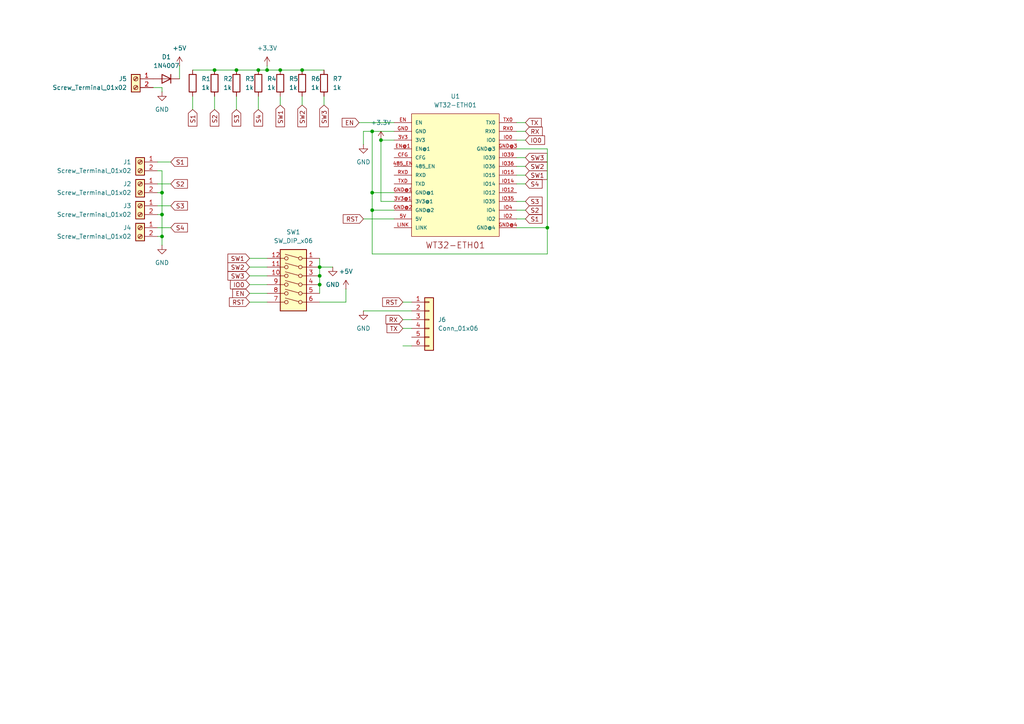
<source format=kicad_sch>
(kicad_sch
	(version 20231120)
	(generator "eeschema")
	(generator_version "8.0")
	(uuid "e03d7567-f7c3-4dba-844f-68baa460e47b")
	(paper "A4")
	(lib_symbols
		(symbol "Connector:Screw_Terminal_01x02"
			(pin_names
				(offset 1.016) hide)
			(exclude_from_sim no)
			(in_bom yes)
			(on_board yes)
			(property "Reference" "J"
				(at 0 2.54 0)
				(effects
					(font
						(size 1.27 1.27)
					)
				)
			)
			(property "Value" "Screw_Terminal_01x02"
				(at 0 -5.08 0)
				(effects
					(font
						(size 1.27 1.27)
					)
				)
			)
			(property "Footprint" ""
				(at 0 0 0)
				(effects
					(font
						(size 1.27 1.27)
					)
					(hide yes)
				)
			)
			(property "Datasheet" "~"
				(at 0 0 0)
				(effects
					(font
						(size 1.27 1.27)
					)
					(hide yes)
				)
			)
			(property "Description" "Generic screw terminal, single row, 01x02, script generated (kicad-library-utils/schlib/autogen/connector/)"
				(at 0 0 0)
				(effects
					(font
						(size 1.27 1.27)
					)
					(hide yes)
				)
			)
			(property "ki_keywords" "screw terminal"
				(at 0 0 0)
				(effects
					(font
						(size 1.27 1.27)
					)
					(hide yes)
				)
			)
			(property "ki_fp_filters" "TerminalBlock*:*"
				(at 0 0 0)
				(effects
					(font
						(size 1.27 1.27)
					)
					(hide yes)
				)
			)
			(symbol "Screw_Terminal_01x02_1_1"
				(rectangle
					(start -1.27 1.27)
					(end 1.27 -3.81)
					(stroke
						(width 0.254)
						(type default)
					)
					(fill
						(type background)
					)
				)
				(circle
					(center 0 -2.54)
					(radius 0.635)
					(stroke
						(width 0.1524)
						(type default)
					)
					(fill
						(type none)
					)
				)
				(polyline
					(pts
						(xy -0.5334 -2.2098) (xy 0.3302 -3.048)
					)
					(stroke
						(width 0.1524)
						(type default)
					)
					(fill
						(type none)
					)
				)
				(polyline
					(pts
						(xy -0.5334 0.3302) (xy 0.3302 -0.508)
					)
					(stroke
						(width 0.1524)
						(type default)
					)
					(fill
						(type none)
					)
				)
				(polyline
					(pts
						(xy -0.3556 -2.032) (xy 0.508 -2.8702)
					)
					(stroke
						(width 0.1524)
						(type default)
					)
					(fill
						(type none)
					)
				)
				(polyline
					(pts
						(xy -0.3556 0.508) (xy 0.508 -0.3302)
					)
					(stroke
						(width 0.1524)
						(type default)
					)
					(fill
						(type none)
					)
				)
				(circle
					(center 0 0)
					(radius 0.635)
					(stroke
						(width 0.1524)
						(type default)
					)
					(fill
						(type none)
					)
				)
				(pin passive line
					(at -5.08 0 0)
					(length 3.81)
					(name "Pin_1"
						(effects
							(font
								(size 1.27 1.27)
							)
						)
					)
					(number "1"
						(effects
							(font
								(size 1.27 1.27)
							)
						)
					)
				)
				(pin passive line
					(at -5.08 -2.54 0)
					(length 3.81)
					(name "Pin_2"
						(effects
							(font
								(size 1.27 1.27)
							)
						)
					)
					(number "2"
						(effects
							(font
								(size 1.27 1.27)
							)
						)
					)
				)
			)
		)
		(symbol "Connector_Generic:Conn_01x06"
			(pin_names
				(offset 1.016) hide)
			(exclude_from_sim no)
			(in_bom yes)
			(on_board yes)
			(property "Reference" "J"
				(at 0 7.62 0)
				(effects
					(font
						(size 1.27 1.27)
					)
				)
			)
			(property "Value" "Conn_01x06"
				(at 0 -10.16 0)
				(effects
					(font
						(size 1.27 1.27)
					)
				)
			)
			(property "Footprint" ""
				(at 0 0 0)
				(effects
					(font
						(size 1.27 1.27)
					)
					(hide yes)
				)
			)
			(property "Datasheet" "~"
				(at 0 0 0)
				(effects
					(font
						(size 1.27 1.27)
					)
					(hide yes)
				)
			)
			(property "Description" "Generic connector, single row, 01x06, script generated (kicad-library-utils/schlib/autogen/connector/)"
				(at 0 0 0)
				(effects
					(font
						(size 1.27 1.27)
					)
					(hide yes)
				)
			)
			(property "ki_keywords" "connector"
				(at 0 0 0)
				(effects
					(font
						(size 1.27 1.27)
					)
					(hide yes)
				)
			)
			(property "ki_fp_filters" "Connector*:*_1x??_*"
				(at 0 0 0)
				(effects
					(font
						(size 1.27 1.27)
					)
					(hide yes)
				)
			)
			(symbol "Conn_01x06_1_1"
				(rectangle
					(start -1.27 -7.493)
					(end 0 -7.747)
					(stroke
						(width 0.1524)
						(type default)
					)
					(fill
						(type none)
					)
				)
				(rectangle
					(start -1.27 -4.953)
					(end 0 -5.207)
					(stroke
						(width 0.1524)
						(type default)
					)
					(fill
						(type none)
					)
				)
				(rectangle
					(start -1.27 -2.413)
					(end 0 -2.667)
					(stroke
						(width 0.1524)
						(type default)
					)
					(fill
						(type none)
					)
				)
				(rectangle
					(start -1.27 0.127)
					(end 0 -0.127)
					(stroke
						(width 0.1524)
						(type default)
					)
					(fill
						(type none)
					)
				)
				(rectangle
					(start -1.27 2.667)
					(end 0 2.413)
					(stroke
						(width 0.1524)
						(type default)
					)
					(fill
						(type none)
					)
				)
				(rectangle
					(start -1.27 5.207)
					(end 0 4.953)
					(stroke
						(width 0.1524)
						(type default)
					)
					(fill
						(type none)
					)
				)
				(rectangle
					(start -1.27 6.35)
					(end 1.27 -8.89)
					(stroke
						(width 0.254)
						(type default)
					)
					(fill
						(type background)
					)
				)
				(pin passive line
					(at -5.08 5.08 0)
					(length 3.81)
					(name "Pin_1"
						(effects
							(font
								(size 1.27 1.27)
							)
						)
					)
					(number "1"
						(effects
							(font
								(size 1.27 1.27)
							)
						)
					)
				)
				(pin passive line
					(at -5.08 2.54 0)
					(length 3.81)
					(name "Pin_2"
						(effects
							(font
								(size 1.27 1.27)
							)
						)
					)
					(number "2"
						(effects
							(font
								(size 1.27 1.27)
							)
						)
					)
				)
				(pin passive line
					(at -5.08 0 0)
					(length 3.81)
					(name "Pin_3"
						(effects
							(font
								(size 1.27 1.27)
							)
						)
					)
					(number "3"
						(effects
							(font
								(size 1.27 1.27)
							)
						)
					)
				)
				(pin passive line
					(at -5.08 -2.54 0)
					(length 3.81)
					(name "Pin_4"
						(effects
							(font
								(size 1.27 1.27)
							)
						)
					)
					(number "4"
						(effects
							(font
								(size 1.27 1.27)
							)
						)
					)
				)
				(pin passive line
					(at -5.08 -5.08 0)
					(length 3.81)
					(name "Pin_5"
						(effects
							(font
								(size 1.27 1.27)
							)
						)
					)
					(number "5"
						(effects
							(font
								(size 1.27 1.27)
							)
						)
					)
				)
				(pin passive line
					(at -5.08 -7.62 0)
					(length 3.81)
					(name "Pin_6"
						(effects
							(font
								(size 1.27 1.27)
							)
						)
					)
					(number "6"
						(effects
							(font
								(size 1.27 1.27)
							)
						)
					)
				)
			)
		)
		(symbol "Device:R"
			(pin_numbers hide)
			(pin_names
				(offset 0)
			)
			(exclude_from_sim no)
			(in_bom yes)
			(on_board yes)
			(property "Reference" "R"
				(at 2.032 0 90)
				(effects
					(font
						(size 1.27 1.27)
					)
				)
			)
			(property "Value" "R"
				(at 0 0 90)
				(effects
					(font
						(size 1.27 1.27)
					)
				)
			)
			(property "Footprint" ""
				(at -1.778 0 90)
				(effects
					(font
						(size 1.27 1.27)
					)
					(hide yes)
				)
			)
			(property "Datasheet" "~"
				(at 0 0 0)
				(effects
					(font
						(size 1.27 1.27)
					)
					(hide yes)
				)
			)
			(property "Description" "Resistor"
				(at 0 0 0)
				(effects
					(font
						(size 1.27 1.27)
					)
					(hide yes)
				)
			)
			(property "ki_keywords" "R res resistor"
				(at 0 0 0)
				(effects
					(font
						(size 1.27 1.27)
					)
					(hide yes)
				)
			)
			(property "ki_fp_filters" "R_*"
				(at 0 0 0)
				(effects
					(font
						(size 1.27 1.27)
					)
					(hide yes)
				)
			)
			(symbol "R_0_1"
				(rectangle
					(start -1.016 -2.54)
					(end 1.016 2.54)
					(stroke
						(width 0.254)
						(type default)
					)
					(fill
						(type none)
					)
				)
			)
			(symbol "R_1_1"
				(pin passive line
					(at 0 3.81 270)
					(length 1.27)
					(name "~"
						(effects
							(font
								(size 1.27 1.27)
							)
						)
					)
					(number "1"
						(effects
							(font
								(size 1.27 1.27)
							)
						)
					)
				)
				(pin passive line
					(at 0 -3.81 90)
					(length 1.27)
					(name "~"
						(effects
							(font
								(size 1.27 1.27)
							)
						)
					)
					(number "2"
						(effects
							(font
								(size 1.27 1.27)
							)
						)
					)
				)
			)
		)
		(symbol "Diode:1N4007"
			(pin_numbers hide)
			(pin_names hide)
			(exclude_from_sim no)
			(in_bom yes)
			(on_board yes)
			(property "Reference" "D"
				(at 0 2.54 0)
				(effects
					(font
						(size 1.27 1.27)
					)
				)
			)
			(property "Value" "1N4007"
				(at 0 -2.54 0)
				(effects
					(font
						(size 1.27 1.27)
					)
				)
			)
			(property "Footprint" "Diode_THT:D_DO-41_SOD81_P10.16mm_Horizontal"
				(at 0 -4.445 0)
				(effects
					(font
						(size 1.27 1.27)
					)
					(hide yes)
				)
			)
			(property "Datasheet" "http://www.vishay.com/docs/88503/1n4001.pdf"
				(at 0 0 0)
				(effects
					(font
						(size 1.27 1.27)
					)
					(hide yes)
				)
			)
			(property "Description" "1000V 1A General Purpose Rectifier Diode, DO-41"
				(at 0 0 0)
				(effects
					(font
						(size 1.27 1.27)
					)
					(hide yes)
				)
			)
			(property "Sim.Device" "D"
				(at 0 0 0)
				(effects
					(font
						(size 1.27 1.27)
					)
					(hide yes)
				)
			)
			(property "Sim.Pins" "1=K 2=A"
				(at 0 0 0)
				(effects
					(font
						(size 1.27 1.27)
					)
					(hide yes)
				)
			)
			(property "ki_keywords" "diode"
				(at 0 0 0)
				(effects
					(font
						(size 1.27 1.27)
					)
					(hide yes)
				)
			)
			(property "ki_fp_filters" "D*DO?41*"
				(at 0 0 0)
				(effects
					(font
						(size 1.27 1.27)
					)
					(hide yes)
				)
			)
			(symbol "1N4007_0_1"
				(polyline
					(pts
						(xy -1.27 1.27) (xy -1.27 -1.27)
					)
					(stroke
						(width 0.254)
						(type default)
					)
					(fill
						(type none)
					)
				)
				(polyline
					(pts
						(xy 1.27 0) (xy -1.27 0)
					)
					(stroke
						(width 0)
						(type default)
					)
					(fill
						(type none)
					)
				)
				(polyline
					(pts
						(xy 1.27 1.27) (xy 1.27 -1.27) (xy -1.27 0) (xy 1.27 1.27)
					)
					(stroke
						(width 0.254)
						(type default)
					)
					(fill
						(type none)
					)
				)
			)
			(symbol "1N4007_1_1"
				(pin passive line
					(at -3.81 0 0)
					(length 2.54)
					(name "K"
						(effects
							(font
								(size 1.27 1.27)
							)
						)
					)
					(number "1"
						(effects
							(font
								(size 1.27 1.27)
							)
						)
					)
				)
				(pin passive line
					(at 3.81 0 180)
					(length 2.54)
					(name "A"
						(effects
							(font
								(size 1.27 1.27)
							)
						)
					)
					(number "2"
						(effects
							(font
								(size 1.27 1.27)
							)
						)
					)
				)
			)
		)
		(symbol "Switch:SW_DIP_x06"
			(pin_names
				(offset 0) hide)
			(exclude_from_sim no)
			(in_bom yes)
			(on_board yes)
			(property "Reference" "SW"
				(at 0 11.43 0)
				(effects
					(font
						(size 1.27 1.27)
					)
				)
			)
			(property "Value" "SW_DIP_x06"
				(at 0 -8.89 0)
				(effects
					(font
						(size 1.27 1.27)
					)
				)
			)
			(property "Footprint" ""
				(at 0 0 0)
				(effects
					(font
						(size 1.27 1.27)
					)
					(hide yes)
				)
			)
			(property "Datasheet" "~"
				(at 0 0 0)
				(effects
					(font
						(size 1.27 1.27)
					)
					(hide yes)
				)
			)
			(property "Description" "6x DIP Switch, Single Pole Single Throw (SPST) switch, small symbol"
				(at 0 0 0)
				(effects
					(font
						(size 1.27 1.27)
					)
					(hide yes)
				)
			)
			(property "ki_keywords" "dip switch"
				(at 0 0 0)
				(effects
					(font
						(size 1.27 1.27)
					)
					(hide yes)
				)
			)
			(property "ki_fp_filters" "SW?DIP?x6*"
				(at 0 0 0)
				(effects
					(font
						(size 1.27 1.27)
					)
					(hide yes)
				)
			)
			(symbol "SW_DIP_x06_0_0"
				(circle
					(center -2.032 -5.08)
					(radius 0.508)
					(stroke
						(width 0)
						(type default)
					)
					(fill
						(type none)
					)
				)
				(circle
					(center -2.032 -2.54)
					(radius 0.508)
					(stroke
						(width 0)
						(type default)
					)
					(fill
						(type none)
					)
				)
				(circle
					(center -2.032 0)
					(radius 0.508)
					(stroke
						(width 0)
						(type default)
					)
					(fill
						(type none)
					)
				)
				(circle
					(center -2.032 2.54)
					(radius 0.508)
					(stroke
						(width 0)
						(type default)
					)
					(fill
						(type none)
					)
				)
				(circle
					(center -2.032 5.08)
					(radius 0.508)
					(stroke
						(width 0)
						(type default)
					)
					(fill
						(type none)
					)
				)
				(circle
					(center -2.032 7.62)
					(radius 0.508)
					(stroke
						(width 0)
						(type default)
					)
					(fill
						(type none)
					)
				)
				(polyline
					(pts
						(xy -1.524 -4.9276) (xy 2.3622 -3.8862)
					)
					(stroke
						(width 0)
						(type default)
					)
					(fill
						(type none)
					)
				)
				(polyline
					(pts
						(xy -1.524 -2.3876) (xy 2.3622 -1.3462)
					)
					(stroke
						(width 0)
						(type default)
					)
					(fill
						(type none)
					)
				)
				(polyline
					(pts
						(xy -1.524 0.127) (xy 2.3622 1.1684)
					)
					(stroke
						(width 0)
						(type default)
					)
					(fill
						(type none)
					)
				)
				(polyline
					(pts
						(xy -1.524 2.667) (xy 2.3622 3.7084)
					)
					(stroke
						(width 0)
						(type default)
					)
					(fill
						(type none)
					)
				)
				(polyline
					(pts
						(xy -1.524 5.207) (xy 2.3622 6.2484)
					)
					(stroke
						(width 0)
						(type default)
					)
					(fill
						(type none)
					)
				)
				(polyline
					(pts
						(xy -1.524 7.747) (xy 2.3622 8.7884)
					)
					(stroke
						(width 0)
						(type default)
					)
					(fill
						(type none)
					)
				)
				(circle
					(center 2.032 -5.08)
					(radius 0.508)
					(stroke
						(width 0)
						(type default)
					)
					(fill
						(type none)
					)
				)
				(circle
					(center 2.032 -2.54)
					(radius 0.508)
					(stroke
						(width 0)
						(type default)
					)
					(fill
						(type none)
					)
				)
				(circle
					(center 2.032 0)
					(radius 0.508)
					(stroke
						(width 0)
						(type default)
					)
					(fill
						(type none)
					)
				)
				(circle
					(center 2.032 2.54)
					(radius 0.508)
					(stroke
						(width 0)
						(type default)
					)
					(fill
						(type none)
					)
				)
				(circle
					(center 2.032 5.08)
					(radius 0.508)
					(stroke
						(width 0)
						(type default)
					)
					(fill
						(type none)
					)
				)
				(circle
					(center 2.032 7.62)
					(radius 0.508)
					(stroke
						(width 0)
						(type default)
					)
					(fill
						(type none)
					)
				)
			)
			(symbol "SW_DIP_x06_0_1"
				(rectangle
					(start -3.81 10.16)
					(end 3.81 -7.62)
					(stroke
						(width 0.254)
						(type default)
					)
					(fill
						(type background)
					)
				)
			)
			(symbol "SW_DIP_x06_1_1"
				(pin passive line
					(at -7.62 7.62 0)
					(length 5.08)
					(name "~"
						(effects
							(font
								(size 1.27 1.27)
							)
						)
					)
					(number "1"
						(effects
							(font
								(size 1.27 1.27)
							)
						)
					)
				)
				(pin passive line
					(at 7.62 2.54 180)
					(length 5.08)
					(name "~"
						(effects
							(font
								(size 1.27 1.27)
							)
						)
					)
					(number "10"
						(effects
							(font
								(size 1.27 1.27)
							)
						)
					)
				)
				(pin passive line
					(at 7.62 5.08 180)
					(length 5.08)
					(name "~"
						(effects
							(font
								(size 1.27 1.27)
							)
						)
					)
					(number "11"
						(effects
							(font
								(size 1.27 1.27)
							)
						)
					)
				)
				(pin passive line
					(at 7.62 7.62 180)
					(length 5.08)
					(name "~"
						(effects
							(font
								(size 1.27 1.27)
							)
						)
					)
					(number "12"
						(effects
							(font
								(size 1.27 1.27)
							)
						)
					)
				)
				(pin passive line
					(at -7.62 5.08 0)
					(length 5.08)
					(name "~"
						(effects
							(font
								(size 1.27 1.27)
							)
						)
					)
					(number "2"
						(effects
							(font
								(size 1.27 1.27)
							)
						)
					)
				)
				(pin passive line
					(at -7.62 2.54 0)
					(length 5.08)
					(name "~"
						(effects
							(font
								(size 1.27 1.27)
							)
						)
					)
					(number "3"
						(effects
							(font
								(size 1.27 1.27)
							)
						)
					)
				)
				(pin passive line
					(at -7.62 0 0)
					(length 5.08)
					(name "~"
						(effects
							(font
								(size 1.27 1.27)
							)
						)
					)
					(number "4"
						(effects
							(font
								(size 1.27 1.27)
							)
						)
					)
				)
				(pin passive line
					(at -7.62 -2.54 0)
					(length 5.08)
					(name "~"
						(effects
							(font
								(size 1.27 1.27)
							)
						)
					)
					(number "5"
						(effects
							(font
								(size 1.27 1.27)
							)
						)
					)
				)
				(pin passive line
					(at -7.62 -5.08 0)
					(length 5.08)
					(name "~"
						(effects
							(font
								(size 1.27 1.27)
							)
						)
					)
					(number "6"
						(effects
							(font
								(size 1.27 1.27)
							)
						)
					)
				)
				(pin passive line
					(at 7.62 -5.08 180)
					(length 5.08)
					(name "~"
						(effects
							(font
								(size 1.27 1.27)
							)
						)
					)
					(number "7"
						(effects
							(font
								(size 1.27 1.27)
							)
						)
					)
				)
				(pin passive line
					(at 7.62 -2.54 180)
					(length 5.08)
					(name "~"
						(effects
							(font
								(size 1.27 1.27)
							)
						)
					)
					(number "8"
						(effects
							(font
								(size 1.27 1.27)
							)
						)
					)
				)
				(pin passive line
					(at 7.62 0 180)
					(length 5.08)
					(name "~"
						(effects
							(font
								(size 1.27 1.27)
							)
						)
					)
					(number "9"
						(effects
							(font
								(size 1.27 1.27)
							)
						)
					)
				)
			)
		)
		(symbol "WT32-ETH01:WT32-ETH01"
			(pin_names
				(offset 1.016)
			)
			(exclude_from_sim no)
			(in_bom yes)
			(on_board yes)
			(property "Reference" "U"
				(at 0 0 0)
				(effects
					(font
						(size 1.27 1.27)
					)
					(justify bottom)
				)
			)
			(property "Value" "WT32-ETH01"
				(at 0 0 0)
				(effects
					(font
						(size 1.27 1.27)
					)
					(justify bottom)
				)
			)
			(property "Footprint" "WT32-ETH01:WT32-ETH01"
				(at 0 0 0)
				(effects
					(font
						(size 1.27 1.27)
					)
					(justify bottom)
					(hide yes)
				)
			)
			(property "Datasheet" ""
				(at 0 0 0)
				(effects
					(font
						(size 1.27 1.27)
					)
					(hide yes)
				)
			)
			(property "Description" ""
				(at 0 0 0)
				(effects
					(font
						(size 1.27 1.27)
					)
					(hide yes)
				)
			)
			(property "MF" "wireless-tag"
				(at 0 0 0)
				(effects
					(font
						(size 1.27 1.27)
					)
					(justify bottom)
					(hide yes)
				)
			)
			(property "Description_1" "\nPorta serial incorporada ao módulo Ethernet\n"
				(at 0 0 0)
				(effects
					(font
						(size 1.27 1.27)
					)
					(justify bottom)
					(hide yes)
				)
			)
			(property "Package" "None"
				(at 0 0 0)
				(effects
					(font
						(size 1.27 1.27)
					)
					(justify bottom)
					(hide yes)
				)
			)
			(property "Price" "None"
				(at 0 0 0)
				(effects
					(font
						(size 1.27 1.27)
					)
					(justify bottom)
					(hide yes)
				)
			)
			(property "SnapEDA_Link" "https://www.snapeda.com/parts/WT32-ETH01/Wireless-Tag/view-part/?ref=snap"
				(at 0 0 0)
				(effects
					(font
						(size 1.27 1.27)
					)
					(justify bottom)
					(hide yes)
				)
			)
			(property "MP" "WT32-ETH01"
				(at 0 0 0)
				(effects
					(font
						(size 1.27 1.27)
					)
					(justify bottom)
					(hide yes)
				)
			)
			(property "Availability" "Not in stock"
				(at 0 0 0)
				(effects
					(font
						(size 1.27 1.27)
					)
					(justify bottom)
					(hide yes)
				)
			)
			(property "Check_prices" "https://www.snapeda.com/parts/WT32-ETH01/Wireless-Tag/view-part/?ref=eda"
				(at 0 0 0)
				(effects
					(font
						(size 1.27 1.27)
					)
					(justify bottom)
					(hide yes)
				)
			)
			(symbol "WT32-ETH01_0_0"
				(rectangle
					(start -12.7 -17.78)
					(end 12.7 17.78)
					(stroke
						(width 0.1524)
						(type default)
					)
					(fill
						(type background)
					)
				)
				(text "WT32-ETH01"
					(at 0 -20.32 0)
					(effects
						(font
							(size 1.778 1.778)
						)
					)
				)
				(pin bidirectional line
					(at -17.78 10.16 0)
					(length 5.08)
					(name "3V3"
						(effects
							(font
								(size 1.016 1.016)
							)
						)
					)
					(number "3V3"
						(effects
							(font
								(size 1.016 1.016)
							)
						)
					)
				)
				(pin bidirectional line
					(at -17.78 -7.62 0)
					(length 5.08)
					(name "3V3@1"
						(effects
							(font
								(size 1.016 1.016)
							)
						)
					)
					(number "3V3@1"
						(effects
							(font
								(size 1.016 1.016)
							)
						)
					)
				)
				(pin bidirectional line
					(at -17.78 2.54 0)
					(length 5.08)
					(name "485_EN"
						(effects
							(font
								(size 1.016 1.016)
							)
						)
					)
					(number "485_EN"
						(effects
							(font
								(size 1.016 1.016)
							)
						)
					)
				)
				(pin bidirectional line
					(at -17.78 -12.7 0)
					(length 5.08)
					(name "5V"
						(effects
							(font
								(size 1.016 1.016)
							)
						)
					)
					(number "5V"
						(effects
							(font
								(size 1.016 1.016)
							)
						)
					)
				)
				(pin bidirectional line
					(at -17.78 5.08 0)
					(length 5.08)
					(name "CFG"
						(effects
							(font
								(size 1.016 1.016)
							)
						)
					)
					(number "CFG"
						(effects
							(font
								(size 1.016 1.016)
							)
						)
					)
				)
				(pin bidirectional line
					(at -17.78 15.24 0)
					(length 5.08)
					(name "EN"
						(effects
							(font
								(size 1.016 1.016)
							)
						)
					)
					(number "EN"
						(effects
							(font
								(size 1.016 1.016)
							)
						)
					)
				)
				(pin bidirectional line
					(at -17.78 7.62 0)
					(length 5.08)
					(name "EN@1"
						(effects
							(font
								(size 1.016 1.016)
							)
						)
					)
					(number "EN@1"
						(effects
							(font
								(size 1.016 1.016)
							)
						)
					)
				)
				(pin bidirectional line
					(at -17.78 12.7 0)
					(length 5.08)
					(name "GND"
						(effects
							(font
								(size 1.016 1.016)
							)
						)
					)
					(number "GND"
						(effects
							(font
								(size 1.016 1.016)
							)
						)
					)
				)
				(pin bidirectional line
					(at -17.78 -5.08 0)
					(length 5.08)
					(name "GND@1"
						(effects
							(font
								(size 1.016 1.016)
							)
						)
					)
					(number "GND@1"
						(effects
							(font
								(size 1.016 1.016)
							)
						)
					)
				)
				(pin bidirectional line
					(at -17.78 -10.16 0)
					(length 5.08)
					(name "GND@2"
						(effects
							(font
								(size 1.016 1.016)
							)
						)
					)
					(number "GND@2"
						(effects
							(font
								(size 1.016 1.016)
							)
						)
					)
				)
				(pin bidirectional line
					(at 17.78 7.62 180)
					(length 5.08)
					(name "GND@3"
						(effects
							(font
								(size 1.016 1.016)
							)
						)
					)
					(number "GND@3"
						(effects
							(font
								(size 1.016 1.016)
							)
						)
					)
				)
				(pin bidirectional line
					(at 17.78 -15.24 180)
					(length 5.08)
					(name "GND@4"
						(effects
							(font
								(size 1.016 1.016)
							)
						)
					)
					(number "GND@4"
						(effects
							(font
								(size 1.016 1.016)
							)
						)
					)
				)
				(pin bidirectional line
					(at 17.78 10.16 180)
					(length 5.08)
					(name "IO0"
						(effects
							(font
								(size 1.016 1.016)
							)
						)
					)
					(number "IO0"
						(effects
							(font
								(size 1.016 1.016)
							)
						)
					)
				)
				(pin bidirectional line
					(at 17.78 -5.08 180)
					(length 5.08)
					(name "IO12"
						(effects
							(font
								(size 1.016 1.016)
							)
						)
					)
					(number "IO12"
						(effects
							(font
								(size 1.016 1.016)
							)
						)
					)
				)
				(pin bidirectional line
					(at 17.78 -2.54 180)
					(length 5.08)
					(name "IO14"
						(effects
							(font
								(size 1.016 1.016)
							)
						)
					)
					(number "IO14"
						(effects
							(font
								(size 1.016 1.016)
							)
						)
					)
				)
				(pin bidirectional line
					(at 17.78 0 180)
					(length 5.08)
					(name "IO15"
						(effects
							(font
								(size 1.016 1.016)
							)
						)
					)
					(number "IO15"
						(effects
							(font
								(size 1.016 1.016)
							)
						)
					)
				)
				(pin bidirectional line
					(at 17.78 -12.7 180)
					(length 5.08)
					(name "IO2"
						(effects
							(font
								(size 1.016 1.016)
							)
						)
					)
					(number "IO2"
						(effects
							(font
								(size 1.016 1.016)
							)
						)
					)
				)
				(pin bidirectional line
					(at 17.78 -7.62 180)
					(length 5.08)
					(name "IO35"
						(effects
							(font
								(size 1.016 1.016)
							)
						)
					)
					(number "IO35"
						(effects
							(font
								(size 1.016 1.016)
							)
						)
					)
				)
				(pin bidirectional line
					(at 17.78 2.54 180)
					(length 5.08)
					(name "IO36"
						(effects
							(font
								(size 1.016 1.016)
							)
						)
					)
					(number "IO36"
						(effects
							(font
								(size 1.016 1.016)
							)
						)
					)
				)
				(pin bidirectional line
					(at 17.78 5.08 180)
					(length 5.08)
					(name "IO39"
						(effects
							(font
								(size 1.016 1.016)
							)
						)
					)
					(number "IO39"
						(effects
							(font
								(size 1.016 1.016)
							)
						)
					)
				)
				(pin bidirectional line
					(at 17.78 -10.16 180)
					(length 5.08)
					(name "IO4"
						(effects
							(font
								(size 1.016 1.016)
							)
						)
					)
					(number "IO4"
						(effects
							(font
								(size 1.016 1.016)
							)
						)
					)
				)
				(pin bidirectional line
					(at -17.78 -15.24 0)
					(length 5.08)
					(name "LINK"
						(effects
							(font
								(size 1.016 1.016)
							)
						)
					)
					(number "LINK"
						(effects
							(font
								(size 1.016 1.016)
							)
						)
					)
				)
				(pin bidirectional line
					(at 17.78 12.7 180)
					(length 5.08)
					(name "RX0"
						(effects
							(font
								(size 1.016 1.016)
							)
						)
					)
					(number "RX0"
						(effects
							(font
								(size 1.016 1.016)
							)
						)
					)
				)
				(pin bidirectional line
					(at -17.78 0 0)
					(length 5.08)
					(name "RXD"
						(effects
							(font
								(size 1.016 1.016)
							)
						)
					)
					(number "RXD"
						(effects
							(font
								(size 1.016 1.016)
							)
						)
					)
				)
				(pin bidirectional line
					(at 17.78 15.24 180)
					(length 5.08)
					(name "TX0"
						(effects
							(font
								(size 1.016 1.016)
							)
						)
					)
					(number "TX0"
						(effects
							(font
								(size 1.016 1.016)
							)
						)
					)
				)
				(pin bidirectional line
					(at -17.78 -2.54 0)
					(length 5.08)
					(name "TXD"
						(effects
							(font
								(size 1.016 1.016)
							)
						)
					)
					(number "TXD"
						(effects
							(font
								(size 1.016 1.016)
							)
						)
					)
				)
			)
		)
		(symbol "power:+3.3V"
			(power)
			(pin_numbers hide)
			(pin_names
				(offset 0) hide)
			(exclude_from_sim no)
			(in_bom yes)
			(on_board yes)
			(property "Reference" "#PWR"
				(at 0 -3.81 0)
				(effects
					(font
						(size 1.27 1.27)
					)
					(hide yes)
				)
			)
			(property "Value" "+3.3V"
				(at 0 3.556 0)
				(effects
					(font
						(size 1.27 1.27)
					)
				)
			)
			(property "Footprint" ""
				(at 0 0 0)
				(effects
					(font
						(size 1.27 1.27)
					)
					(hide yes)
				)
			)
			(property "Datasheet" ""
				(at 0 0 0)
				(effects
					(font
						(size 1.27 1.27)
					)
					(hide yes)
				)
			)
			(property "Description" "Power symbol creates a global label with name \"+3.3V\""
				(at 0 0 0)
				(effects
					(font
						(size 1.27 1.27)
					)
					(hide yes)
				)
			)
			(property "ki_keywords" "global power"
				(at 0 0 0)
				(effects
					(font
						(size 1.27 1.27)
					)
					(hide yes)
				)
			)
			(symbol "+3.3V_0_1"
				(polyline
					(pts
						(xy -0.762 1.27) (xy 0 2.54)
					)
					(stroke
						(width 0)
						(type default)
					)
					(fill
						(type none)
					)
				)
				(polyline
					(pts
						(xy 0 0) (xy 0 2.54)
					)
					(stroke
						(width 0)
						(type default)
					)
					(fill
						(type none)
					)
				)
				(polyline
					(pts
						(xy 0 2.54) (xy 0.762 1.27)
					)
					(stroke
						(width 0)
						(type default)
					)
					(fill
						(type none)
					)
				)
			)
			(symbol "+3.3V_1_1"
				(pin power_in line
					(at 0 0 90)
					(length 0)
					(name "~"
						(effects
							(font
								(size 1.27 1.27)
							)
						)
					)
					(number "1"
						(effects
							(font
								(size 1.27 1.27)
							)
						)
					)
				)
			)
		)
		(symbol "power:+5V"
			(power)
			(pin_numbers hide)
			(pin_names
				(offset 0) hide)
			(exclude_from_sim no)
			(in_bom yes)
			(on_board yes)
			(property "Reference" "#PWR"
				(at 0 -3.81 0)
				(effects
					(font
						(size 1.27 1.27)
					)
					(hide yes)
				)
			)
			(property "Value" "+5V"
				(at 0 3.556 0)
				(effects
					(font
						(size 1.27 1.27)
					)
				)
			)
			(property "Footprint" ""
				(at 0 0 0)
				(effects
					(font
						(size 1.27 1.27)
					)
					(hide yes)
				)
			)
			(property "Datasheet" ""
				(at 0 0 0)
				(effects
					(font
						(size 1.27 1.27)
					)
					(hide yes)
				)
			)
			(property "Description" "Power symbol creates a global label with name \"+5V\""
				(at 0 0 0)
				(effects
					(font
						(size 1.27 1.27)
					)
					(hide yes)
				)
			)
			(property "ki_keywords" "global power"
				(at 0 0 0)
				(effects
					(font
						(size 1.27 1.27)
					)
					(hide yes)
				)
			)
			(symbol "+5V_0_1"
				(polyline
					(pts
						(xy -0.762 1.27) (xy 0 2.54)
					)
					(stroke
						(width 0)
						(type default)
					)
					(fill
						(type none)
					)
				)
				(polyline
					(pts
						(xy 0 0) (xy 0 2.54)
					)
					(stroke
						(width 0)
						(type default)
					)
					(fill
						(type none)
					)
				)
				(polyline
					(pts
						(xy 0 2.54) (xy 0.762 1.27)
					)
					(stroke
						(width 0)
						(type default)
					)
					(fill
						(type none)
					)
				)
			)
			(symbol "+5V_1_1"
				(pin power_in line
					(at 0 0 90)
					(length 0)
					(name "~"
						(effects
							(font
								(size 1.27 1.27)
							)
						)
					)
					(number "1"
						(effects
							(font
								(size 1.27 1.27)
							)
						)
					)
				)
			)
		)
		(symbol "power:GND"
			(power)
			(pin_numbers hide)
			(pin_names
				(offset 0) hide)
			(exclude_from_sim no)
			(in_bom yes)
			(on_board yes)
			(property "Reference" "#PWR"
				(at 0 -6.35 0)
				(effects
					(font
						(size 1.27 1.27)
					)
					(hide yes)
				)
			)
			(property "Value" "GND"
				(at 0 -3.81 0)
				(effects
					(font
						(size 1.27 1.27)
					)
				)
			)
			(property "Footprint" ""
				(at 0 0 0)
				(effects
					(font
						(size 1.27 1.27)
					)
					(hide yes)
				)
			)
			(property "Datasheet" ""
				(at 0 0 0)
				(effects
					(font
						(size 1.27 1.27)
					)
					(hide yes)
				)
			)
			(property "Description" "Power symbol creates a global label with name \"GND\" , ground"
				(at 0 0 0)
				(effects
					(font
						(size 1.27 1.27)
					)
					(hide yes)
				)
			)
			(property "ki_keywords" "global power"
				(at 0 0 0)
				(effects
					(font
						(size 1.27 1.27)
					)
					(hide yes)
				)
			)
			(symbol "GND_0_1"
				(polyline
					(pts
						(xy 0 0) (xy 0 -1.27) (xy 1.27 -1.27) (xy 0 -2.54) (xy -1.27 -1.27) (xy 0 -1.27)
					)
					(stroke
						(width 0)
						(type default)
					)
					(fill
						(type none)
					)
				)
			)
			(symbol "GND_1_1"
				(pin power_in line
					(at 0 0 270)
					(length 0)
					(name "~"
						(effects
							(font
								(size 1.27 1.27)
							)
						)
					)
					(number "1"
						(effects
							(font
								(size 1.27 1.27)
							)
						)
					)
				)
			)
		)
	)
	(junction
		(at 46.99 68.58)
		(diameter 0)
		(color 0 0 0 0)
		(uuid "081774e2-1db2-45b7-82d0-90b019edcf0c")
	)
	(junction
		(at 68.58 20.32)
		(diameter 0)
		(color 0 0 0 0)
		(uuid "0ac3548f-167a-4d30-9dd7-213e29a0b69e")
	)
	(junction
		(at 46.99 62.23)
		(diameter 0)
		(color 0 0 0 0)
		(uuid "3fb03729-eced-400f-89a7-1e0796faa3c6")
	)
	(junction
		(at 74.93 20.32)
		(diameter 0)
		(color 0 0 0 0)
		(uuid "577f3f2f-7a6b-46cb-949c-d97a4c43cbf5")
	)
	(junction
		(at 107.95 38.1)
		(diameter 0)
		(color 0 0 0 0)
		(uuid "5832f777-eff9-4c11-8d1a-97be82e4b341")
	)
	(junction
		(at 87.63 20.32)
		(diameter 0)
		(color 0 0 0 0)
		(uuid "6e47263a-63bf-474c-b2a7-d65583910ac7")
	)
	(junction
		(at 77.47 20.32)
		(diameter 0)
		(color 0 0 0 0)
		(uuid "785c67f4-709e-4b2e-99a8-ce27b0d5c2ca")
	)
	(junction
		(at 92.71 77.47)
		(diameter 0)
		(color 0 0 0 0)
		(uuid "79c9ca89-d40a-4c20-9757-8521ea7712ab")
	)
	(junction
		(at 107.95 60.96)
		(diameter 0)
		(color 0 0 0 0)
		(uuid "7f260fd1-b4ba-49d4-b4ba-349630422a78")
	)
	(junction
		(at 107.95 55.88)
		(diameter 0)
		(color 0 0 0 0)
		(uuid "7f4af78a-de0b-4ccc-a2a8-3735756fef6c")
	)
	(junction
		(at 92.71 82.55)
		(diameter 0)
		(color 0 0 0 0)
		(uuid "846a7a1b-557e-49e0-8855-9c8a1bbe9f4b")
	)
	(junction
		(at 81.28 20.32)
		(diameter 0)
		(color 0 0 0 0)
		(uuid "a607bfed-c1fb-487e-bbcc-7d43ecb286b6")
	)
	(junction
		(at 110.49 40.64)
		(diameter 0)
		(color 0 0 0 0)
		(uuid "bf9a8c74-3e04-42c7-8855-800096f05e5b")
	)
	(junction
		(at 92.71 80.01)
		(diameter 0)
		(color 0 0 0 0)
		(uuid "e4c7e7b9-f45e-41c5-8840-e37881028ef5")
	)
	(junction
		(at 158.75 66.04)
		(diameter 0)
		(color 0 0 0 0)
		(uuid "e55bbd65-4835-42f4-b151-86d10f19d27b")
	)
	(junction
		(at 62.23 20.32)
		(diameter 0)
		(color 0 0 0 0)
		(uuid "ec431b08-95d1-4489-afe9-61dd70b6dfda")
	)
	(junction
		(at 46.99 55.88)
		(diameter 0)
		(color 0 0 0 0)
		(uuid "f7226905-fbec-453f-888b-b1d3d63587a2")
	)
	(wire
		(pts
			(xy 46.99 25.4) (xy 46.99 26.67)
		)
		(stroke
			(width 0)
			(type default)
		)
		(uuid "01611975-27e4-4dc4-8b7d-208595d7d1f1")
	)
	(wire
		(pts
			(xy 45.72 55.88) (xy 46.99 55.88)
		)
		(stroke
			(width 0)
			(type default)
		)
		(uuid "024d30b2-d584-4ce9-8ac3-713ef993af82")
	)
	(wire
		(pts
			(xy 72.39 77.47) (xy 77.47 77.47)
		)
		(stroke
			(width 0)
			(type default)
		)
		(uuid "03138b93-db69-48e0-9327-d3a469564d91")
	)
	(wire
		(pts
			(xy 55.88 27.94) (xy 55.88 31.75)
		)
		(stroke
			(width 0)
			(type default)
		)
		(uuid "0396632b-fa63-4875-b269-284981f52173")
	)
	(wire
		(pts
			(xy 107.95 60.96) (xy 107.95 73.66)
		)
		(stroke
			(width 0)
			(type default)
		)
		(uuid "08a498bd-d023-4e27-994c-2bd923126f32")
	)
	(wire
		(pts
			(xy 72.39 74.93) (xy 77.47 74.93)
		)
		(stroke
			(width 0)
			(type default)
		)
		(uuid "134f0545-05f7-41b9-9652-c41426a7b5aa")
	)
	(wire
		(pts
			(xy 45.72 62.23) (xy 46.99 62.23)
		)
		(stroke
			(width 0)
			(type default)
		)
		(uuid "192565a6-d08e-4a21-be68-a2682fccd988")
	)
	(wire
		(pts
			(xy 158.75 66.04) (xy 149.86 66.04)
		)
		(stroke
			(width 0)
			(type default)
		)
		(uuid "1a1970d4-a575-4254-9320-c98777c3d190")
	)
	(wire
		(pts
			(xy 72.39 87.63) (xy 77.47 87.63)
		)
		(stroke
			(width 0)
			(type default)
		)
		(uuid "1b2d6cea-5ea8-4dde-a74f-76595f3a983c")
	)
	(wire
		(pts
			(xy 104.14 35.56) (xy 114.3 35.56)
		)
		(stroke
			(width 0)
			(type default)
		)
		(uuid "1de62951-b3c9-404a-b8d4-490da2e07b30")
	)
	(wire
		(pts
			(xy 68.58 27.94) (xy 68.58 31.75)
		)
		(stroke
			(width 0)
			(type default)
		)
		(uuid "20c17679-6168-4e5c-915b-2c0b4717d1d5")
	)
	(wire
		(pts
			(xy 74.93 20.32) (xy 77.47 20.32)
		)
		(stroke
			(width 0)
			(type default)
		)
		(uuid "2542ca6a-f18a-45ea-b660-c4e9a2ed1859")
	)
	(wire
		(pts
			(xy 116.84 92.71) (xy 119.38 92.71)
		)
		(stroke
			(width 0)
			(type default)
		)
		(uuid "2a0153ee-fb26-4f83-bd5a-929bc6da843d")
	)
	(wire
		(pts
			(xy 149.86 43.18) (xy 158.75 43.18)
		)
		(stroke
			(width 0)
			(type default)
		)
		(uuid "2a647486-530d-4057-98ff-8079ae4d4e4c")
	)
	(wire
		(pts
			(xy 44.45 25.4) (xy 46.99 25.4)
		)
		(stroke
			(width 0)
			(type default)
		)
		(uuid "2d1ee72a-e03b-4c87-948b-fcd4e4cd03c4")
	)
	(wire
		(pts
			(xy 116.84 95.25) (xy 119.38 95.25)
		)
		(stroke
			(width 0)
			(type default)
		)
		(uuid "2e502ffd-65a1-4f19-8994-7ae798311b32")
	)
	(wire
		(pts
			(xy 81.28 27.94) (xy 81.28 30.48)
		)
		(stroke
			(width 0)
			(type default)
		)
		(uuid "36d6b036-89df-43ee-858b-db45c29df530")
	)
	(wire
		(pts
			(xy 92.71 77.47) (xy 92.71 80.01)
		)
		(stroke
			(width 0)
			(type default)
		)
		(uuid "3bc477b5-b355-41aa-86ca-c1093a65da93")
	)
	(wire
		(pts
			(xy 92.71 87.63) (xy 100.33 87.63)
		)
		(stroke
			(width 0)
			(type default)
		)
		(uuid "3d576db3-9e9b-47ef-9912-54f80bd77562")
	)
	(wire
		(pts
			(xy 116.84 87.63) (xy 119.38 87.63)
		)
		(stroke
			(width 0)
			(type default)
		)
		(uuid "3dc274c2-c5f1-41c7-8ac4-b6ea83ce5219")
	)
	(wire
		(pts
			(xy 62.23 20.32) (xy 68.58 20.32)
		)
		(stroke
			(width 0)
			(type default)
		)
		(uuid "469e541f-f6b5-4b65-87c4-ba4cd20b8834")
	)
	(wire
		(pts
			(xy 149.86 63.5) (xy 152.4 63.5)
		)
		(stroke
			(width 0)
			(type default)
		)
		(uuid "46a1c607-2aae-4a38-9378-6671e91c9f96")
	)
	(wire
		(pts
			(xy 105.41 41.91) (xy 105.41 38.1)
		)
		(stroke
			(width 0)
			(type default)
		)
		(uuid "4c6fc431-e14d-4ae1-8703-c87607d7b6cb")
	)
	(wire
		(pts
			(xy 81.28 20.32) (xy 87.63 20.32)
		)
		(stroke
			(width 0)
			(type default)
		)
		(uuid "4c76884f-062a-460f-9868-ef922c4bdbc1")
	)
	(wire
		(pts
			(xy 149.86 60.96) (xy 152.4 60.96)
		)
		(stroke
			(width 0)
			(type default)
		)
		(uuid "52610c49-195b-4725-b639-66ea183df812")
	)
	(wire
		(pts
			(xy 114.3 38.1) (xy 107.95 38.1)
		)
		(stroke
			(width 0)
			(type default)
		)
		(uuid "5371ab69-0b2c-4868-9c84-8ee7ef1e2f44")
	)
	(wire
		(pts
			(xy 105.41 38.1) (xy 107.95 38.1)
		)
		(stroke
			(width 0)
			(type default)
		)
		(uuid "573820b4-0dda-4153-b817-690512be2d2e")
	)
	(wire
		(pts
			(xy 105.41 90.17) (xy 119.38 90.17)
		)
		(stroke
			(width 0)
			(type default)
		)
		(uuid "58c468d4-7baa-4c46-ac7b-f3a0d9d8a59f")
	)
	(wire
		(pts
			(xy 46.99 68.58) (xy 46.99 71.12)
		)
		(stroke
			(width 0)
			(type default)
		)
		(uuid "594b1f22-37e2-4c58-8af0-94ff7af36664")
	)
	(wire
		(pts
			(xy 158.75 43.18) (xy 158.75 66.04)
		)
		(stroke
			(width 0)
			(type default)
		)
		(uuid "5b419859-d265-439c-bf9a-daf42e59e707")
	)
	(wire
		(pts
			(xy 46.99 49.53) (xy 46.99 55.88)
		)
		(stroke
			(width 0)
			(type default)
		)
		(uuid "5c2bd0ee-38fe-494a-93c0-8a92b7dd781b")
	)
	(wire
		(pts
			(xy 149.86 48.26) (xy 152.4 48.26)
		)
		(stroke
			(width 0)
			(type default)
		)
		(uuid "5ddc7269-b903-4008-9d38-becc4c79868a")
	)
	(wire
		(pts
			(xy 87.63 20.32) (xy 93.98 20.32)
		)
		(stroke
			(width 0)
			(type default)
		)
		(uuid "66c7e1e7-e2ae-4b06-93ad-e58a2b584569")
	)
	(wire
		(pts
			(xy 149.86 50.8) (xy 152.4 50.8)
		)
		(stroke
			(width 0)
			(type default)
		)
		(uuid "6eeb72ef-ad43-4777-97e2-93180f113513")
	)
	(wire
		(pts
			(xy 116.84 100.33) (xy 119.38 100.33)
		)
		(stroke
			(width 0)
			(type default)
		)
		(uuid "6eec70b3-d228-474b-b13a-67d6b7e44fa9")
	)
	(wire
		(pts
			(xy 45.72 66.04) (xy 49.53 66.04)
		)
		(stroke
			(width 0)
			(type default)
		)
		(uuid "740fd520-1a90-4a01-93d0-3b1ec5bfa381")
	)
	(wire
		(pts
			(xy 107.95 38.1) (xy 107.95 55.88)
		)
		(stroke
			(width 0)
			(type default)
		)
		(uuid "747cadde-b5dc-4ad2-a0db-f3072d120c10")
	)
	(wire
		(pts
			(xy 149.86 45.72) (xy 152.4 45.72)
		)
		(stroke
			(width 0)
			(type default)
		)
		(uuid "754cc5b5-bf40-4d79-848f-b029f109f8a0")
	)
	(wire
		(pts
			(xy 92.71 82.55) (xy 92.71 85.09)
		)
		(stroke
			(width 0)
			(type default)
		)
		(uuid "757cfe71-52dc-46e4-a623-03e775c64608")
	)
	(wire
		(pts
			(xy 110.49 40.64) (xy 114.3 40.64)
		)
		(stroke
			(width 0)
			(type default)
		)
		(uuid "76837414-87de-4fd8-bd12-cad9d96fdb91")
	)
	(wire
		(pts
			(xy 149.86 38.1) (xy 152.4 38.1)
		)
		(stroke
			(width 0)
			(type default)
		)
		(uuid "7b86717d-1807-4f48-bd9c-06e3593ba640")
	)
	(wire
		(pts
			(xy 46.99 62.23) (xy 46.99 55.88)
		)
		(stroke
			(width 0)
			(type default)
		)
		(uuid "7cba848b-561a-43de-a646-23b1d72868b6")
	)
	(wire
		(pts
			(xy 158.75 73.66) (xy 158.75 66.04)
		)
		(stroke
			(width 0)
			(type default)
		)
		(uuid "7cf3e35d-3cdf-4715-8865-f6d2768f5a07")
	)
	(wire
		(pts
			(xy 68.58 20.32) (xy 74.93 20.32)
		)
		(stroke
			(width 0)
			(type default)
		)
		(uuid "7d8b610c-067a-417a-88d3-0cc6e9b1d261")
	)
	(wire
		(pts
			(xy 107.95 73.66) (xy 158.75 73.66)
		)
		(stroke
			(width 0)
			(type default)
		)
		(uuid "85f21704-51ed-446c-8c4c-951135290ff3")
	)
	(wire
		(pts
			(xy 77.47 20.32) (xy 81.28 20.32)
		)
		(stroke
			(width 0)
			(type default)
		)
		(uuid "917e21cd-3f6c-4c83-b32f-6b75db829601")
	)
	(wire
		(pts
			(xy 114.3 58.42) (xy 110.49 58.42)
		)
		(stroke
			(width 0)
			(type default)
		)
		(uuid "91aa78b0-63b3-4147-ae97-02149814e539")
	)
	(wire
		(pts
			(xy 105.41 63.5) (xy 114.3 63.5)
		)
		(stroke
			(width 0)
			(type default)
		)
		(uuid "930a22d9-6faa-4fa9-9f65-93e6884c7176")
	)
	(wire
		(pts
			(xy 149.86 58.42) (xy 152.4 58.42)
		)
		(stroke
			(width 0)
			(type default)
		)
		(uuid "9453ed65-bd56-4c93-9806-0eb2115b39c2")
	)
	(wire
		(pts
			(xy 55.88 20.32) (xy 62.23 20.32)
		)
		(stroke
			(width 0)
			(type default)
		)
		(uuid "958537b5-a779-4bc2-8f1e-3dc03bde1c53")
	)
	(wire
		(pts
			(xy 45.72 49.53) (xy 46.99 49.53)
		)
		(stroke
			(width 0)
			(type default)
		)
		(uuid "97e72b2e-81da-4a11-8079-37ad9816d108")
	)
	(wire
		(pts
			(xy 100.33 87.63) (xy 100.33 83.82)
		)
		(stroke
			(width 0)
			(type default)
		)
		(uuid "992114bf-d106-4433-a1ea-94c5302ec3fe")
	)
	(wire
		(pts
			(xy 110.49 58.42) (xy 110.49 40.64)
		)
		(stroke
			(width 0)
			(type default)
		)
		(uuid "9a664577-04ba-41ba-8620-f12fe61ef577")
	)
	(wire
		(pts
			(xy 72.39 82.55) (xy 77.47 82.55)
		)
		(stroke
			(width 0)
			(type default)
		)
		(uuid "acbb9cf6-6afc-497d-a7c1-397b4220f2fd")
	)
	(wire
		(pts
			(xy 107.95 55.88) (xy 114.3 55.88)
		)
		(stroke
			(width 0)
			(type default)
		)
		(uuid "ae459df4-0d5b-4a6d-9611-ec041a7d94cd")
	)
	(wire
		(pts
			(xy 92.71 77.47) (xy 96.52 77.47)
		)
		(stroke
			(width 0)
			(type default)
		)
		(uuid "aff780ef-6bf1-4f64-8aee-b09aa385df5e")
	)
	(wire
		(pts
			(xy 149.86 53.34) (xy 152.4 53.34)
		)
		(stroke
			(width 0)
			(type default)
		)
		(uuid "b05b52a0-f189-4c27-9396-94f9765f6e92")
	)
	(wire
		(pts
			(xy 114.3 60.96) (xy 107.95 60.96)
		)
		(stroke
			(width 0)
			(type default)
		)
		(uuid "be024902-981c-4fd9-9ffe-421b7c135398")
	)
	(wire
		(pts
			(xy 46.99 62.23) (xy 46.99 68.58)
		)
		(stroke
			(width 0)
			(type default)
		)
		(uuid "c3f18194-9c64-4534-aa1f-6fac11822aae")
	)
	(wire
		(pts
			(xy 92.71 80.01) (xy 92.71 82.55)
		)
		(stroke
			(width 0)
			(type default)
		)
		(uuid "c8e77bfa-977a-449e-8364-6a64258632c6")
	)
	(wire
		(pts
			(xy 87.63 27.94) (xy 87.63 30.48)
		)
		(stroke
			(width 0)
			(type default)
		)
		(uuid "cfd6779b-e5fb-436a-a808-cc5fa766d9d5")
	)
	(wire
		(pts
			(xy 92.71 74.93) (xy 92.71 77.47)
		)
		(stroke
			(width 0)
			(type default)
		)
		(uuid "d1df7638-327f-4618-8219-68ff2309dadf")
	)
	(wire
		(pts
			(xy 77.47 19.05) (xy 77.47 20.32)
		)
		(stroke
			(width 0)
			(type default)
		)
		(uuid "d6591091-f578-4b9d-b649-609bcb9d6b7c")
	)
	(wire
		(pts
			(xy 149.86 35.56) (xy 152.4 35.56)
		)
		(stroke
			(width 0)
			(type default)
		)
		(uuid "d7c555bd-8269-492b-8cd0-9236b14cbb9a")
	)
	(wire
		(pts
			(xy 62.23 27.94) (xy 62.23 31.75)
		)
		(stroke
			(width 0)
			(type default)
		)
		(uuid "d8701ea2-d0ff-4815-9bcb-3ed420fe5a86")
	)
	(wire
		(pts
			(xy 72.39 80.01) (xy 77.47 80.01)
		)
		(stroke
			(width 0)
			(type default)
		)
		(uuid "d9f152f5-713c-4f98-8241-265ac3844d3b")
	)
	(wire
		(pts
			(xy 45.72 46.99) (xy 49.53 46.99)
		)
		(stroke
			(width 0)
			(type default)
		)
		(uuid "de8eab58-5036-4f5b-80ed-e757b298c99b")
	)
	(wire
		(pts
			(xy 93.98 27.94) (xy 93.98 30.48)
		)
		(stroke
			(width 0)
			(type default)
		)
		(uuid "e173967d-f67d-4dcf-a02b-3c370fd14c63")
	)
	(wire
		(pts
			(xy 149.86 40.64) (xy 152.4 40.64)
		)
		(stroke
			(width 0)
			(type default)
		)
		(uuid "e5542a30-6c36-4085-bf80-d8fef7be7540")
	)
	(wire
		(pts
			(xy 107.95 60.96) (xy 107.95 55.88)
		)
		(stroke
			(width 0)
			(type default)
		)
		(uuid "e8766748-5012-4cda-8559-c7bbc9cb46a8")
	)
	(wire
		(pts
			(xy 45.72 53.34) (xy 49.53 53.34)
		)
		(stroke
			(width 0)
			(type default)
		)
		(uuid "e95c6fab-6aa7-4d43-b0ff-d31c9d8408a3")
	)
	(wire
		(pts
			(xy 45.72 68.58) (xy 46.99 68.58)
		)
		(stroke
			(width 0)
			(type default)
		)
		(uuid "f1f4765e-1aa6-4dbb-a7d3-6871d0fcb5af")
	)
	(wire
		(pts
			(xy 72.39 85.09) (xy 77.47 85.09)
		)
		(stroke
			(width 0)
			(type default)
		)
		(uuid "f536a4fc-a35c-4547-871c-16fbe5a83ff7")
	)
	(wire
		(pts
			(xy 45.72 59.69) (xy 49.53 59.69)
		)
		(stroke
			(width 0)
			(type default)
		)
		(uuid "f79d3faf-b94c-4436-bc2a-f18c1752811d")
	)
	(wire
		(pts
			(xy 74.93 27.94) (xy 74.93 31.75)
		)
		(stroke
			(width 0)
			(type default)
		)
		(uuid "fcb6776b-edab-4015-a41d-5baea4d4169b")
	)
	(wire
		(pts
			(xy 52.07 22.86) (xy 52.07 19.05)
		)
		(stroke
			(width 0)
			(type default)
		)
		(uuid "fd8193f8-e45c-4b1f-ac02-e3dbf22ea208")
	)
	(global_label "TX"
		(shape input)
		(at 116.84 95.25 180)
		(fields_autoplaced yes)
		(effects
			(font
				(size 1.27 1.27)
			)
			(justify right)
		)
		(uuid "0dd95da7-e7a2-489f-9ca3-46f07f8cee19")
		(property "Intersheetrefs" "${INTERSHEET_REFS}"
			(at 111.6777 95.25 0)
			(effects
				(font
					(size 1.27 1.27)
				)
				(justify right)
				(hide yes)
			)
		)
	)
	(global_label "EN"
		(shape input)
		(at 72.39 85.09 180)
		(fields_autoplaced yes)
		(effects
			(font
				(size 1.27 1.27)
			)
			(justify right)
		)
		(uuid "0fff78fa-4596-44b9-8fd2-61006bfb4906")
		(property "Intersheetrefs" "${INTERSHEET_REFS}"
			(at 66.9253 85.09 0)
			(effects
				(font
					(size 1.27 1.27)
				)
				(justify right)
				(hide yes)
			)
		)
	)
	(global_label "RST"
		(shape input)
		(at 116.84 87.63 180)
		(fields_autoplaced yes)
		(effects
			(font
				(size 1.27 1.27)
			)
			(justify right)
		)
		(uuid "19c5795b-7c31-4dad-8735-6a38edfc37fa")
		(property "Intersheetrefs" "${INTERSHEET_REFS}"
			(at 110.4077 87.63 0)
			(effects
				(font
					(size 1.27 1.27)
				)
				(justify right)
				(hide yes)
			)
		)
	)
	(global_label "S2"
		(shape input)
		(at 49.53 53.34 0)
		(fields_autoplaced yes)
		(effects
			(font
				(size 1.27 1.27)
			)
			(justify left)
		)
		(uuid "1abf04c7-20bc-47c1-9f1a-b0369e81d2ad")
		(property "Intersheetrefs" "${INTERSHEET_REFS}"
			(at 54.9342 53.34 0)
			(effects
				(font
					(size 1.27 1.27)
				)
				(justify left)
				(hide yes)
			)
		)
	)
	(global_label "S1"
		(shape input)
		(at 152.4 63.5 0)
		(fields_autoplaced yes)
		(effects
			(font
				(size 1.27 1.27)
			)
			(justify left)
		)
		(uuid "202fc675-d9de-43b0-afe2-d865e2199f4a")
		(property "Intersheetrefs" "${INTERSHEET_REFS}"
			(at 157.8042 63.5 0)
			(effects
				(font
					(size 1.27 1.27)
				)
				(justify left)
				(hide yes)
			)
		)
	)
	(global_label "S3"
		(shape input)
		(at 68.58 31.75 270)
		(fields_autoplaced yes)
		(effects
			(font
				(size 1.27 1.27)
			)
			(justify right)
		)
		(uuid "2338fa06-767c-41e9-bc3f-da8f9cb20d00")
		(property "Intersheetrefs" "${INTERSHEET_REFS}"
			(at 68.58 37.1542 90)
			(effects
				(font
					(size 1.27 1.27)
				)
				(justify right)
				(hide yes)
			)
		)
	)
	(global_label "S1"
		(shape input)
		(at 55.88 31.75 270)
		(fields_autoplaced yes)
		(effects
			(font
				(size 1.27 1.27)
			)
			(justify right)
		)
		(uuid "2564ee5a-0e57-4758-a8e2-1c8388271b15")
		(property "Intersheetrefs" "${INTERSHEET_REFS}"
			(at 55.88 37.1542 90)
			(effects
				(font
					(size 1.27 1.27)
				)
				(justify right)
				(hide yes)
			)
		)
	)
	(global_label "IO0"
		(shape input)
		(at 72.39 82.55 180)
		(fields_autoplaced yes)
		(effects
			(font
				(size 1.27 1.27)
			)
			(justify right)
		)
		(uuid "2b59a2b5-c2e3-4a0c-ade6-d8f177a1a152")
		(property "Intersheetrefs" "${INTERSHEET_REFS}"
			(at 66.26 82.55 0)
			(effects
				(font
					(size 1.27 1.27)
				)
				(justify right)
				(hide yes)
			)
		)
	)
	(global_label "SW2"
		(shape input)
		(at 72.39 77.47 180)
		(fields_autoplaced yes)
		(effects
			(font
				(size 1.27 1.27)
			)
			(justify right)
		)
		(uuid "30a64d30-4ce5-4873-8d32-986fe1367b3b")
		(property "Intersheetrefs" "${INTERSHEET_REFS}"
			(at 65.5344 77.47 0)
			(effects
				(font
					(size 1.27 1.27)
				)
				(justify right)
				(hide yes)
			)
		)
	)
	(global_label "S4"
		(shape input)
		(at 74.93 31.75 270)
		(fields_autoplaced yes)
		(effects
			(font
				(size 1.27 1.27)
			)
			(justify right)
		)
		(uuid "3a330d49-c893-4ded-ad70-391192ce0c39")
		(property "Intersheetrefs" "${INTERSHEET_REFS}"
			(at 74.93 37.1542 90)
			(effects
				(font
					(size 1.27 1.27)
				)
				(justify right)
				(hide yes)
			)
		)
	)
	(global_label "RX"
		(shape input)
		(at 152.4 38.1 0)
		(fields_autoplaced yes)
		(effects
			(font
				(size 1.27 1.27)
			)
			(justify left)
		)
		(uuid "453838f7-1525-493e-a6e6-f309ef366669")
		(property "Intersheetrefs" "${INTERSHEET_REFS}"
			(at 157.8647 38.1 0)
			(effects
				(font
					(size 1.27 1.27)
				)
				(justify left)
				(hide yes)
			)
		)
	)
	(global_label "SW2"
		(shape input)
		(at 152.4 48.26 0)
		(fields_autoplaced yes)
		(effects
			(font
				(size 1.27 1.27)
			)
			(justify left)
		)
		(uuid "4a158427-841f-49d5-91f2-6bcf2dda18e2")
		(property "Intersheetrefs" "${INTERSHEET_REFS}"
			(at 159.2556 48.26 0)
			(effects
				(font
					(size 1.27 1.27)
				)
				(justify left)
				(hide yes)
			)
		)
	)
	(global_label "RST"
		(shape input)
		(at 72.39 87.63 180)
		(fields_autoplaced yes)
		(effects
			(font
				(size 1.27 1.27)
			)
			(justify right)
		)
		(uuid "4c251de1-38ca-406c-90d9-57fc0c3282a5")
		(property "Intersheetrefs" "${INTERSHEET_REFS}"
			(at 65.9577 87.63 0)
			(effects
				(font
					(size 1.27 1.27)
				)
				(justify right)
				(hide yes)
			)
		)
	)
	(global_label "SW1"
		(shape input)
		(at 81.28 30.48 270)
		(fields_autoplaced yes)
		(effects
			(font
				(size 1.27 1.27)
			)
			(justify right)
		)
		(uuid "4dd26867-691c-44c3-a91c-585f83956570")
		(property "Intersheetrefs" "${INTERSHEET_REFS}"
			(at 81.28 37.3356 90)
			(effects
				(font
					(size 1.27 1.27)
				)
				(justify right)
				(hide yes)
			)
		)
	)
	(global_label "RST"
		(shape input)
		(at 105.41 63.5 180)
		(fields_autoplaced yes)
		(effects
			(font
				(size 1.27 1.27)
			)
			(justify right)
		)
		(uuid "500ab39e-fcfc-448b-b146-e2deb0c0830d")
		(property "Intersheetrefs" "${INTERSHEET_REFS}"
			(at 98.9777 63.5 0)
			(effects
				(font
					(size 1.27 1.27)
				)
				(justify right)
				(hide yes)
			)
		)
	)
	(global_label "SW2"
		(shape input)
		(at 87.63 30.48 270)
		(fields_autoplaced yes)
		(effects
			(font
				(size 1.27 1.27)
			)
			(justify right)
		)
		(uuid "55d47516-ce76-4f72-aee5-c2ccc1385757")
		(property "Intersheetrefs" "${INTERSHEET_REFS}"
			(at 87.63 37.3356 90)
			(effects
				(font
					(size 1.27 1.27)
				)
				(justify right)
				(hide yes)
			)
		)
	)
	(global_label "SW3"
		(shape input)
		(at 93.98 30.48 270)
		(fields_autoplaced yes)
		(effects
			(font
				(size 1.27 1.27)
			)
			(justify right)
		)
		(uuid "58def8e1-53a4-478f-a9ff-1ee60c04e17c")
		(property "Intersheetrefs" "${INTERSHEET_REFS}"
			(at 93.98 37.3356 90)
			(effects
				(font
					(size 1.27 1.27)
				)
				(justify right)
				(hide yes)
			)
		)
	)
	(global_label "S4"
		(shape input)
		(at 49.53 66.04 0)
		(fields_autoplaced yes)
		(effects
			(font
				(size 1.27 1.27)
			)
			(justify left)
		)
		(uuid "621453f0-106b-4060-9ef3-c70efd43a98a")
		(property "Intersheetrefs" "${INTERSHEET_REFS}"
			(at 54.9342 66.04 0)
			(effects
				(font
					(size 1.27 1.27)
				)
				(justify left)
				(hide yes)
			)
		)
	)
	(global_label "S3"
		(shape input)
		(at 152.4 58.42 0)
		(fields_autoplaced yes)
		(effects
			(font
				(size 1.27 1.27)
			)
			(justify left)
		)
		(uuid "63642c6e-e073-46fb-8a0f-b86c8b5f85fc")
		(property "Intersheetrefs" "${INTERSHEET_REFS}"
			(at 157.8042 58.42 0)
			(effects
				(font
					(size 1.27 1.27)
				)
				(justify left)
				(hide yes)
			)
		)
	)
	(global_label "EN"
		(shape input)
		(at 104.14 35.56 180)
		(fields_autoplaced yes)
		(effects
			(font
				(size 1.27 1.27)
			)
			(justify right)
		)
		(uuid "666b450a-f223-40e4-bd0d-62ceb4a34a5a")
		(property "Intersheetrefs" "${INTERSHEET_REFS}"
			(at 98.6753 35.56 0)
			(effects
				(font
					(size 1.27 1.27)
				)
				(justify right)
				(hide yes)
			)
		)
	)
	(global_label "S2"
		(shape input)
		(at 62.23 31.75 270)
		(fields_autoplaced yes)
		(effects
			(font
				(size 1.27 1.27)
			)
			(justify right)
		)
		(uuid "69181395-f8f7-4600-a999-ab530a4f415d")
		(property "Intersheetrefs" "${INTERSHEET_REFS}"
			(at 62.23 37.1542 90)
			(effects
				(font
					(size 1.27 1.27)
				)
				(justify right)
				(hide yes)
			)
		)
	)
	(global_label "S3"
		(shape input)
		(at 49.53 59.69 0)
		(fields_autoplaced yes)
		(effects
			(font
				(size 1.27 1.27)
			)
			(justify left)
		)
		(uuid "7a98cb7c-f6f3-499b-bfd0-4023017c5768")
		(property "Intersheetrefs" "${INTERSHEET_REFS}"
			(at 54.9342 59.69 0)
			(effects
				(font
					(size 1.27 1.27)
				)
				(justify left)
				(hide yes)
			)
		)
	)
	(global_label "S4"
		(shape input)
		(at 152.4 53.34 0)
		(fields_autoplaced yes)
		(effects
			(font
				(size 1.27 1.27)
			)
			(justify left)
		)
		(uuid "87e7ce91-a5ea-46ca-a9c9-73b6a38b4841")
		(property "Intersheetrefs" "${INTERSHEET_REFS}"
			(at 157.8042 53.34 0)
			(effects
				(font
					(size 1.27 1.27)
				)
				(justify left)
				(hide yes)
			)
		)
	)
	(global_label "IO0"
		(shape input)
		(at 152.4 40.64 0)
		(fields_autoplaced yes)
		(effects
			(font
				(size 1.27 1.27)
			)
			(justify left)
		)
		(uuid "9212de2d-b683-4c01-9697-cb950b6f9fe2")
		(property "Intersheetrefs" "${INTERSHEET_REFS}"
			(at 158.53 40.64 0)
			(effects
				(font
					(size 1.27 1.27)
				)
				(justify left)
				(hide yes)
			)
		)
	)
	(global_label "TX"
		(shape input)
		(at 152.4 35.56 0)
		(fields_autoplaced yes)
		(effects
			(font
				(size 1.27 1.27)
			)
			(justify left)
		)
		(uuid "9daee44e-7f0a-4b38-a46c-4f8300329a5c")
		(property "Intersheetrefs" "${INTERSHEET_REFS}"
			(at 157.5623 35.56 0)
			(effects
				(font
					(size 1.27 1.27)
				)
				(justify left)
				(hide yes)
			)
		)
	)
	(global_label "SW1"
		(shape input)
		(at 152.4 50.8 0)
		(fields_autoplaced yes)
		(effects
			(font
				(size 1.27 1.27)
			)
			(justify left)
		)
		(uuid "aa0dda6a-b0db-40f4-b4d8-3f1e672cbd5d")
		(property "Intersheetrefs" "${INTERSHEET_REFS}"
			(at 159.2556 50.8 0)
			(effects
				(font
					(size 1.27 1.27)
				)
				(justify left)
				(hide yes)
			)
		)
	)
	(global_label "SW3"
		(shape input)
		(at 72.39 80.01 180)
		(fields_autoplaced yes)
		(effects
			(font
				(size 1.27 1.27)
			)
			(justify right)
		)
		(uuid "b8cdbba8-7f6f-4c3b-95c7-f810d26cc128")
		(property "Intersheetrefs" "${INTERSHEET_REFS}"
			(at 65.5344 80.01 0)
			(effects
				(font
					(size 1.27 1.27)
				)
				(justify right)
				(hide yes)
			)
		)
	)
	(global_label "S2"
		(shape input)
		(at 152.4 60.96 0)
		(fields_autoplaced yes)
		(effects
			(font
				(size 1.27 1.27)
			)
			(justify left)
		)
		(uuid "cf673364-a8ba-4f02-a497-bd08807551a2")
		(property "Intersheetrefs" "${INTERSHEET_REFS}"
			(at 157.8042 60.96 0)
			(effects
				(font
					(size 1.27 1.27)
				)
				(justify left)
				(hide yes)
			)
		)
	)
	(global_label "RX"
		(shape input)
		(at 116.84 92.71 180)
		(fields_autoplaced yes)
		(effects
			(font
				(size 1.27 1.27)
			)
			(justify right)
		)
		(uuid "e295165f-04a0-4126-a09d-64e27ea5d53a")
		(property "Intersheetrefs" "${INTERSHEET_REFS}"
			(at 111.3753 92.71 0)
			(effects
				(font
					(size 1.27 1.27)
				)
				(justify right)
				(hide yes)
			)
		)
	)
	(global_label "SW1"
		(shape input)
		(at 72.39 74.93 180)
		(fields_autoplaced yes)
		(effects
			(font
				(size 1.27 1.27)
			)
			(justify right)
		)
		(uuid "e2986410-1e02-459b-aa8e-1885ddaa4d20")
		(property "Intersheetrefs" "${INTERSHEET_REFS}"
			(at 65.5344 74.93 0)
			(effects
				(font
					(size 1.27 1.27)
				)
				(justify right)
				(hide yes)
			)
		)
	)
	(global_label "SW3"
		(shape input)
		(at 152.4 45.72 0)
		(fields_autoplaced yes)
		(effects
			(font
				(size 1.27 1.27)
			)
			(justify left)
		)
		(uuid "f538b2e2-0a9a-4c83-8ffa-e14d74e001a4")
		(property "Intersheetrefs" "${INTERSHEET_REFS}"
			(at 159.2556 45.72 0)
			(effects
				(font
					(size 1.27 1.27)
				)
				(justify left)
				(hide yes)
			)
		)
	)
	(global_label "S1"
		(shape input)
		(at 49.53 46.99 0)
		(fields_autoplaced yes)
		(effects
			(font
				(size 1.27 1.27)
			)
			(justify left)
		)
		(uuid "fa32a4c8-c998-4f35-bf5c-e1803a85007c")
		(property "Intersheetrefs" "${INTERSHEET_REFS}"
			(at 54.9342 46.99 0)
			(effects
				(font
					(size 1.27 1.27)
				)
				(justify left)
				(hide yes)
			)
		)
	)
	(symbol
		(lib_id "Connector:Screw_Terminal_01x02")
		(at 40.64 59.69 0)
		(mirror y)
		(unit 1)
		(exclude_from_sim no)
		(in_bom yes)
		(on_board yes)
		(dnp no)
		(fields_autoplaced yes)
		(uuid "06a62acb-d39d-49f9-8950-72c3a5f27c07")
		(property "Reference" "J3"
			(at 38.1 59.6899 0)
			(effects
				(font
					(size 1.27 1.27)
				)
				(justify left)
			)
		)
		(property "Value" "Screw_Terminal_01x02"
			(at 38.1 62.2299 0)
			(effects
				(font
					(size 1.27 1.27)
				)
				(justify left)
			)
		)
		(property "Footprint" "TerminalBlock_Phoenix:TerminalBlock_Phoenix_MKDS-1,5-2_1x02_P5.00mm_Horizontal"
			(at 40.64 59.69 0)
			(effects
				(font
					(size 1.27 1.27)
				)
				(hide yes)
			)
		)
		(property "Datasheet" "~"
			(at 40.64 59.69 0)
			(effects
				(font
					(size 1.27 1.27)
				)
				(hide yes)
			)
		)
		(property "Description" "Generic screw terminal, single row, 01x02, script generated (kicad-library-utils/schlib/autogen/connector/)"
			(at 40.64 59.69 0)
			(effects
				(font
					(size 1.27 1.27)
				)
				(hide yes)
			)
		)
		(pin "2"
			(uuid "0034c04b-f913-4a33-b673-270ba77e0476")
		)
		(pin "1"
			(uuid "52dbe947-8171-46c1-a220-5ad2088dfb9a")
		)
		(instances
			(project "Sensor porta"
				(path "/e03d7567-f7c3-4dba-844f-68baa460e47b"
					(reference "J3")
					(unit 1)
				)
			)
		)
	)
	(symbol
		(lib_id "power:GND")
		(at 96.52 77.47 0)
		(unit 1)
		(exclude_from_sim no)
		(in_bom yes)
		(on_board yes)
		(dnp no)
		(fields_autoplaced yes)
		(uuid "0baa8b1a-7ba7-46bb-b340-53ab10a67024")
		(property "Reference" "#PWR08"
			(at 96.52 83.82 0)
			(effects
				(font
					(size 1.27 1.27)
				)
				(hide yes)
			)
		)
		(property "Value" "GND"
			(at 96.52 82.55 0)
			(effects
				(font
					(size 1.27 1.27)
				)
			)
		)
		(property "Footprint" ""
			(at 96.52 77.47 0)
			(effects
				(font
					(size 1.27 1.27)
				)
				(hide yes)
			)
		)
		(property "Datasheet" ""
			(at 96.52 77.47 0)
			(effects
				(font
					(size 1.27 1.27)
				)
				(hide yes)
			)
		)
		(property "Description" "Power symbol creates a global label with name \"GND\" , ground"
			(at 96.52 77.47 0)
			(effects
				(font
					(size 1.27 1.27)
				)
				(hide yes)
			)
		)
		(pin "1"
			(uuid "f41de629-2079-408e-9e05-e99c92d5b4db")
		)
		(instances
			(project "Sensor porta"
				(path "/e03d7567-f7c3-4dba-844f-68baa460e47b"
					(reference "#PWR08")
					(unit 1)
				)
			)
		)
	)
	(symbol
		(lib_id "Connector:Screw_Terminal_01x02")
		(at 40.64 53.34 0)
		(mirror y)
		(unit 1)
		(exclude_from_sim no)
		(in_bom yes)
		(on_board yes)
		(dnp no)
		(fields_autoplaced yes)
		(uuid "2a60761d-f735-441c-9888-de15e75bb7b1")
		(property "Reference" "J2"
			(at 38.1 53.3399 0)
			(effects
				(font
					(size 1.27 1.27)
				)
				(justify left)
			)
		)
		(property "Value" "Screw_Terminal_01x02"
			(at 38.1 55.8799 0)
			(effects
				(font
					(size 1.27 1.27)
				)
				(justify left)
			)
		)
		(property "Footprint" "TerminalBlock_Phoenix:TerminalBlock_Phoenix_MKDS-1,5-2_1x02_P5.00mm_Horizontal"
			(at 40.64 53.34 0)
			(effects
				(font
					(size 1.27 1.27)
				)
				(hide yes)
			)
		)
		(property "Datasheet" "~"
			(at 40.64 53.34 0)
			(effects
				(font
					(size 1.27 1.27)
				)
				(hide yes)
			)
		)
		(property "Description" "Generic screw terminal, single row, 01x02, script generated (kicad-library-utils/schlib/autogen/connector/)"
			(at 40.64 53.34 0)
			(effects
				(font
					(size 1.27 1.27)
				)
				(hide yes)
			)
		)
		(pin "2"
			(uuid "c719a7ee-0eb9-483e-9bc0-8b000e7bb677")
		)
		(pin "1"
			(uuid "43669788-8618-426b-8af0-c30b1de10cee")
		)
		(instances
			(project "Sensor porta"
				(path "/e03d7567-f7c3-4dba-844f-68baa460e47b"
					(reference "J2")
					(unit 1)
				)
			)
		)
	)
	(symbol
		(lib_id "power:GND")
		(at 46.99 71.12 0)
		(unit 1)
		(exclude_from_sim no)
		(in_bom yes)
		(on_board yes)
		(dnp no)
		(fields_autoplaced yes)
		(uuid "35a5bb3a-1082-480c-bee4-5d2bbe579b88")
		(property "Reference" "#PWR02"
			(at 46.99 77.47 0)
			(effects
				(font
					(size 1.27 1.27)
				)
				(hide yes)
			)
		)
		(property "Value" "GND"
			(at 46.99 76.2 0)
			(effects
				(font
					(size 1.27 1.27)
				)
			)
		)
		(property "Footprint" ""
			(at 46.99 71.12 0)
			(effects
				(font
					(size 1.27 1.27)
				)
				(hide yes)
			)
		)
		(property "Datasheet" ""
			(at 46.99 71.12 0)
			(effects
				(font
					(size 1.27 1.27)
				)
				(hide yes)
			)
		)
		(property "Description" "Power symbol creates a global label with name \"GND\" , ground"
			(at 46.99 71.12 0)
			(effects
				(font
					(size 1.27 1.27)
				)
				(hide yes)
			)
		)
		(pin "1"
			(uuid "d29fc173-f3cc-44f0-9e78-daa23cfe87c2")
		)
		(instances
			(project "Sensor porta"
				(path "/e03d7567-f7c3-4dba-844f-68baa460e47b"
					(reference "#PWR02")
					(unit 1)
				)
			)
		)
	)
	(symbol
		(lib_id "Device:R")
		(at 93.98 24.13 0)
		(unit 1)
		(exclude_from_sim no)
		(in_bom yes)
		(on_board yes)
		(dnp no)
		(fields_autoplaced yes)
		(uuid "48f6d40e-0565-43a9-b04a-e33f9480e6f3")
		(property "Reference" "R7"
			(at 96.52 22.8599 0)
			(effects
				(font
					(size 1.27 1.27)
				)
				(justify left)
			)
		)
		(property "Value" "1k"
			(at 96.52 25.3999 0)
			(effects
				(font
					(size 1.27 1.27)
				)
				(justify left)
			)
		)
		(property "Footprint" "Resistor_THT:R_Axial_DIN0207_L6.3mm_D2.5mm_P10.16mm_Horizontal"
			(at 92.202 24.13 90)
			(effects
				(font
					(size 1.27 1.27)
				)
				(hide yes)
			)
		)
		(property "Datasheet" "~"
			(at 93.98 24.13 0)
			(effects
				(font
					(size 1.27 1.27)
				)
				(hide yes)
			)
		)
		(property "Description" "Resistor"
			(at 93.98 24.13 0)
			(effects
				(font
					(size 1.27 1.27)
				)
				(hide yes)
			)
		)
		(pin "1"
			(uuid "f3db6c02-3c2a-4258-9afb-6ba5aa3e328a")
		)
		(pin "2"
			(uuid "5e2f69cf-d6f6-43bc-98f0-ae333d38db5d")
		)
		(instances
			(project "Sensor porta"
				(path "/e03d7567-f7c3-4dba-844f-68baa460e47b"
					(reference "R7")
					(unit 1)
				)
			)
		)
	)
	(symbol
		(lib_id "power:GND")
		(at 105.41 90.17 0)
		(unit 1)
		(exclude_from_sim no)
		(in_bom yes)
		(on_board yes)
		(dnp no)
		(fields_autoplaced yes)
		(uuid "4a9e3097-c6b4-4ceb-93f0-2f123bcb93c8")
		(property "Reference" "#PWR010"
			(at 105.41 96.52 0)
			(effects
				(font
					(size 1.27 1.27)
				)
				(hide yes)
			)
		)
		(property "Value" "GND"
			(at 105.41 95.25 0)
			(effects
				(font
					(size 1.27 1.27)
				)
			)
		)
		(property "Footprint" ""
			(at 105.41 90.17 0)
			(effects
				(font
					(size 1.27 1.27)
				)
				(hide yes)
			)
		)
		(property "Datasheet" ""
			(at 105.41 90.17 0)
			(effects
				(font
					(size 1.27 1.27)
				)
				(hide yes)
			)
		)
		(property "Description" "Power symbol creates a global label with name \"GND\" , ground"
			(at 105.41 90.17 0)
			(effects
				(font
					(size 1.27 1.27)
				)
				(hide yes)
			)
		)
		(pin "1"
			(uuid "a1f33d72-4f4e-48d3-80bf-a1dd3d1e0327")
		)
		(instances
			(project "Sensor porta"
				(path "/e03d7567-f7c3-4dba-844f-68baa460e47b"
					(reference "#PWR010")
					(unit 1)
				)
			)
		)
	)
	(symbol
		(lib_id "WT32-ETH01:WT32-ETH01")
		(at 132.08 50.8 0)
		(unit 1)
		(exclude_from_sim no)
		(in_bom yes)
		(on_board yes)
		(dnp no)
		(fields_autoplaced yes)
		(uuid "4c24657d-859a-42c4-b659-53016723fecb")
		(property "Reference" "U1"
			(at 132.08 27.94 0)
			(effects
				(font
					(size 1.27 1.27)
				)
			)
		)
		(property "Value" "WT32-ETH01"
			(at 132.08 30.48 0)
			(effects
				(font
					(size 1.27 1.27)
				)
			)
		)
		(property "Footprint" "Componentes:WT32-ETH01"
			(at 132.08 50.8 0)
			(effects
				(font
					(size 1.27 1.27)
				)
				(justify bottom)
				(hide yes)
			)
		)
		(property "Datasheet" ""
			(at 132.08 50.8 0)
			(effects
				(font
					(size 1.27 1.27)
				)
				(hide yes)
			)
		)
		(property "Description" ""
			(at 132.08 50.8 0)
			(effects
				(font
					(size 1.27 1.27)
				)
				(hide yes)
			)
		)
		(property "MF" "wireless-tag"
			(at 132.08 50.8 0)
			(effects
				(font
					(size 1.27 1.27)
				)
				(justify bottom)
				(hide yes)
			)
		)
		(property "Description_1" "\nPorta serial incorporada ao módulo Ethernet\n"
			(at 132.08 50.8 0)
			(effects
				(font
					(size 1.27 1.27)
				)
				(justify bottom)
				(hide yes)
			)
		)
		(property "Package" "None"
			(at 132.08 50.8 0)
			(effects
				(font
					(size 1.27 1.27)
				)
				(justify bottom)
				(hide yes)
			)
		)
		(property "Price" "None"
			(at 132.08 50.8 0)
			(effects
				(font
					(size 1.27 1.27)
				)
				(justify bottom)
				(hide yes)
			)
		)
		(property "SnapEDA_Link" "https://www.snapeda.com/parts/WT32-ETH01/Wireless-Tag/view-part/?ref=snap"
			(at 132.08 50.8 0)
			(effects
				(font
					(size 1.27 1.27)
				)
				(justify bottom)
				(hide yes)
			)
		)
		(property "MP" "WT32-ETH01"
			(at 132.08 50.8 0)
			(effects
				(font
					(size 1.27 1.27)
				)
				(justify bottom)
				(hide yes)
			)
		)
		(property "Availability" "Not in stock"
			(at 132.08 50.8 0)
			(effects
				(font
					(size 1.27 1.27)
				)
				(justify bottom)
				(hide yes)
			)
		)
		(property "Check_prices" "https://www.snapeda.com/parts/WT32-ETH01/Wireless-Tag/view-part/?ref=eda"
			(at 132.08 50.8 0)
			(effects
				(font
					(size 1.27 1.27)
				)
				(justify bottom)
				(hide yes)
			)
		)
		(pin "EN"
			(uuid "648afdab-6597-42f9-a805-40ef60dd62df")
		)
		(pin "IO12"
			(uuid "a4a0fae9-9234-4b38-a9c8-699d7fa966ac")
		)
		(pin "TX0"
			(uuid "c266c5e4-49ee-47dc-888d-ce3c0d700dac")
		)
		(pin "GND@2"
			(uuid "025c1247-ae71-45b3-8cbc-5c84ab523b3c")
		)
		(pin "IO35"
			(uuid "65ff9a67-4633-4fa7-815a-d2f0567c9b60")
		)
		(pin "485_EN"
			(uuid "96d592d8-44cb-4efa-9321-5dee830998be")
		)
		(pin "IO14"
			(uuid "b07f5f8a-b689-4709-9df0-6e92c08a1dca")
		)
		(pin "IO39"
			(uuid "14f95724-43bf-4d2f-b4f4-f9fd6f63f425")
		)
		(pin "RX0"
			(uuid "192ff852-0779-4b10-aaab-8d7cea5851c1")
		)
		(pin "IO4"
			(uuid "b2f4f6c4-b29d-4620-a8a0-3a4d954480c3")
		)
		(pin "5V"
			(uuid "cd3d691a-d76d-4222-a54c-62a526fdff7f")
		)
		(pin "CFG"
			(uuid "2a03f983-7410-4b58-af45-e2c8b9482fb1")
		)
		(pin "IO0"
			(uuid "3d4401e2-be51-4f57-953b-f9f5de94596d")
		)
		(pin "IO15"
			(uuid "187944b1-07c5-4c9a-a035-681568756127")
		)
		(pin "EN@1"
			(uuid "5496dc9b-690c-41aa-9c15-77d71cfaef08")
		)
		(pin "IO36"
			(uuid "788cdeea-b3d6-47fa-b632-4c30a68a6875")
		)
		(pin "GND@4"
			(uuid "79a1b8be-70eb-4968-832a-f5d0fd3cc10b")
		)
		(pin "GND@3"
			(uuid "1da54888-0fe3-433a-a8d9-a8986fd8af63")
		)
		(pin "3V3"
			(uuid "d8d88729-7c30-4575-9791-d0aae1277666")
		)
		(pin "IO2"
			(uuid "bb211fc0-85a9-49d8-abd7-b66437b215d7")
		)
		(pin "3V3@1"
			(uuid "8cd13ff0-0e6c-4683-91a2-db96620b0666")
		)
		(pin "GND"
			(uuid "740d7515-143c-4109-a467-1737fa0407d8")
		)
		(pin "RXD"
			(uuid "6a7139cd-a1cf-4187-9963-4b19e9346a00")
		)
		(pin "TXD"
			(uuid "890efd3e-b412-482b-9839-5763b2daaf86")
		)
		(pin "GND@1"
			(uuid "f07e2254-7be8-441b-a3ae-157177915da7")
		)
		(pin "LINK"
			(uuid "1bb745df-7f26-433d-9e51-df46258c0612")
		)
		(instances
			(project "Sensor porta"
				(path "/e03d7567-f7c3-4dba-844f-68baa460e47b"
					(reference "U1")
					(unit 1)
				)
			)
		)
	)
	(symbol
		(lib_id "power:+5V")
		(at 52.07 19.05 0)
		(unit 1)
		(exclude_from_sim no)
		(in_bom yes)
		(on_board yes)
		(dnp no)
		(fields_autoplaced yes)
		(uuid "601f8638-9761-4248-856a-2a5e82f4cce6")
		(property "Reference" "#PWR06"
			(at 52.07 22.86 0)
			(effects
				(font
					(size 1.27 1.27)
				)
				(hide yes)
			)
		)
		(property "Value" "+5V"
			(at 52.07 13.97 0)
			(effects
				(font
					(size 1.27 1.27)
				)
			)
		)
		(property "Footprint" ""
			(at 52.07 19.05 0)
			(effects
				(font
					(size 1.27 1.27)
				)
				(hide yes)
			)
		)
		(property "Datasheet" ""
			(at 52.07 19.05 0)
			(effects
				(font
					(size 1.27 1.27)
				)
				(hide yes)
			)
		)
		(property "Description" "Power symbol creates a global label with name \"+5V\""
			(at 52.07 19.05 0)
			(effects
				(font
					(size 1.27 1.27)
				)
				(hide yes)
			)
		)
		(pin "1"
			(uuid "6a6299e3-2733-486c-b4ce-9e2901610115")
		)
		(instances
			(project "Sensor porta"
				(path "/e03d7567-f7c3-4dba-844f-68baa460e47b"
					(reference "#PWR06")
					(unit 1)
				)
			)
		)
	)
	(symbol
		(lib_id "Device:R")
		(at 55.88 24.13 0)
		(unit 1)
		(exclude_from_sim no)
		(in_bom yes)
		(on_board yes)
		(dnp no)
		(fields_autoplaced yes)
		(uuid "6aa66e29-e9ae-4f0f-8019-74dc37a96d61")
		(property "Reference" "R1"
			(at 58.42 22.8599 0)
			(effects
				(font
					(size 1.27 1.27)
				)
				(justify left)
			)
		)
		(property "Value" "1k"
			(at 58.42 25.3999 0)
			(effects
				(font
					(size 1.27 1.27)
				)
				(justify left)
			)
		)
		(property "Footprint" "Resistor_THT:R_Axial_DIN0207_L6.3mm_D2.5mm_P10.16mm_Horizontal"
			(at 54.102 24.13 90)
			(effects
				(font
					(size 1.27 1.27)
				)
				(hide yes)
			)
		)
		(property "Datasheet" "~"
			(at 55.88 24.13 0)
			(effects
				(font
					(size 1.27 1.27)
				)
				(hide yes)
			)
		)
		(property "Description" "Resistor"
			(at 55.88 24.13 0)
			(effects
				(font
					(size 1.27 1.27)
				)
				(hide yes)
			)
		)
		(pin "1"
			(uuid "178a221e-b8cf-44ff-9d89-1aaf9689055b")
		)
		(pin "2"
			(uuid "a9fa3f7c-c561-44b0-9c89-b2488f393362")
		)
		(instances
			(project "Sensor porta"
				(path "/e03d7567-f7c3-4dba-844f-68baa460e47b"
					(reference "R1")
					(unit 1)
				)
			)
		)
	)
	(symbol
		(lib_id "Device:R")
		(at 68.58 24.13 0)
		(unit 1)
		(exclude_from_sim no)
		(in_bom yes)
		(on_board yes)
		(dnp no)
		(fields_autoplaced yes)
		(uuid "7a8d9527-e2f2-49d6-b482-3ae033b2f5e9")
		(property "Reference" "R3"
			(at 71.12 22.8599 0)
			(effects
				(font
					(size 1.27 1.27)
				)
				(justify left)
			)
		)
		(property "Value" "1k"
			(at 71.12 25.3999 0)
			(effects
				(font
					(size 1.27 1.27)
				)
				(justify left)
			)
		)
		(property "Footprint" "Resistor_THT:R_Axial_DIN0207_L6.3mm_D2.5mm_P10.16mm_Horizontal"
			(at 66.802 24.13 90)
			(effects
				(font
					(size 1.27 1.27)
				)
				(hide yes)
			)
		)
		(property "Datasheet" "~"
			(at 68.58 24.13 0)
			(effects
				(font
					(size 1.27 1.27)
				)
				(hide yes)
			)
		)
		(property "Description" "Resistor"
			(at 68.58 24.13 0)
			(effects
				(font
					(size 1.27 1.27)
				)
				(hide yes)
			)
		)
		(pin "1"
			(uuid "1c2946b1-c3a9-4766-a08b-7aaf9a0bc3e5")
		)
		(pin "2"
			(uuid "f2c3ca89-61bc-4e64-bd69-a26d34549446")
		)
		(instances
			(project "Sensor porta"
				(path "/e03d7567-f7c3-4dba-844f-68baa460e47b"
					(reference "R3")
					(unit 1)
				)
			)
		)
	)
	(symbol
		(lib_id "Device:R")
		(at 81.28 24.13 0)
		(unit 1)
		(exclude_from_sim no)
		(in_bom yes)
		(on_board yes)
		(dnp no)
		(fields_autoplaced yes)
		(uuid "7d6e4d31-bf1c-4964-8e62-ea7f4efb8045")
		(property "Reference" "R5"
			(at 83.82 22.8599 0)
			(effects
				(font
					(size 1.27 1.27)
				)
				(justify left)
			)
		)
		(property "Value" "1k"
			(at 83.82 25.3999 0)
			(effects
				(font
					(size 1.27 1.27)
				)
				(justify left)
			)
		)
		(property "Footprint" "Resistor_THT:R_Axial_DIN0207_L6.3mm_D2.5mm_P10.16mm_Horizontal"
			(at 79.502 24.13 90)
			(effects
				(font
					(size 1.27 1.27)
				)
				(hide yes)
			)
		)
		(property "Datasheet" "~"
			(at 81.28 24.13 0)
			(effects
				(font
					(size 1.27 1.27)
				)
				(hide yes)
			)
		)
		(property "Description" "Resistor"
			(at 81.28 24.13 0)
			(effects
				(font
					(size 1.27 1.27)
				)
				(hide yes)
			)
		)
		(pin "1"
			(uuid "845391ac-1ed6-45cd-8373-5502493cdb99")
		)
		(pin "2"
			(uuid "4e1b4ecf-7e41-4936-8b0b-d7c16cd6c101")
		)
		(instances
			(project "Sensor porta"
				(path "/e03d7567-f7c3-4dba-844f-68baa460e47b"
					(reference "R5")
					(unit 1)
				)
			)
		)
	)
	(symbol
		(lib_id "Connector:Screw_Terminal_01x02")
		(at 40.64 46.99 0)
		(mirror y)
		(unit 1)
		(exclude_from_sim no)
		(in_bom yes)
		(on_board yes)
		(dnp no)
		(fields_autoplaced yes)
		(uuid "92906d57-8612-4ba8-9674-92d9fcbcdc90")
		(property "Reference" "J1"
			(at 38.1 46.9899 0)
			(effects
				(font
					(size 1.27 1.27)
				)
				(justify left)
			)
		)
		(property "Value" "Screw_Terminal_01x02"
			(at 38.1 49.5299 0)
			(effects
				(font
					(size 1.27 1.27)
				)
				(justify left)
			)
		)
		(property "Footprint" "TerminalBlock_Phoenix:TerminalBlock_Phoenix_MKDS-1,5-2_1x02_P5.00mm_Horizontal"
			(at 40.64 46.99 0)
			(effects
				(font
					(size 1.27 1.27)
				)
				(hide yes)
			)
		)
		(property "Datasheet" "~"
			(at 40.64 46.99 0)
			(effects
				(font
					(size 1.27 1.27)
				)
				(hide yes)
			)
		)
		(property "Description" "Generic screw terminal, single row, 01x02, script generated (kicad-library-utils/schlib/autogen/connector/)"
			(at 40.64 46.99 0)
			(effects
				(font
					(size 1.27 1.27)
				)
				(hide yes)
			)
		)
		(pin "2"
			(uuid "6066dd51-75db-4204-a5ee-f05fb3b1eb28")
		)
		(pin "1"
			(uuid "430279c2-2ea4-4dca-b468-887384a49ca0")
		)
		(instances
			(project "Sensor porta"
				(path "/e03d7567-f7c3-4dba-844f-68baa460e47b"
					(reference "J1")
					(unit 1)
				)
			)
		)
	)
	(symbol
		(lib_id "power:+3.3V")
		(at 77.47 19.05 0)
		(unit 1)
		(exclude_from_sim no)
		(in_bom yes)
		(on_board yes)
		(dnp no)
		(fields_autoplaced yes)
		(uuid "934e24f1-3822-4717-b0c5-db3846c7603a")
		(property "Reference" "#PWR01"
			(at 77.47 22.86 0)
			(effects
				(font
					(size 1.27 1.27)
				)
				(hide yes)
			)
		)
		(property "Value" "+3.3V"
			(at 77.47 13.97 0)
			(effects
				(font
					(size 1.27 1.27)
				)
			)
		)
		(property "Footprint" ""
			(at 77.47 19.05 0)
			(effects
				(font
					(size 1.27 1.27)
				)
				(hide yes)
			)
		)
		(property "Datasheet" ""
			(at 77.47 19.05 0)
			(effects
				(font
					(size 1.27 1.27)
				)
				(hide yes)
			)
		)
		(property "Description" "Power symbol creates a global label with name \"+3.3V\""
			(at 77.47 19.05 0)
			(effects
				(font
					(size 1.27 1.27)
				)
				(hide yes)
			)
		)
		(pin "1"
			(uuid "5b003f26-124e-4d69-987e-4393d8daafdd")
		)
		(instances
			(project "Sensor porta"
				(path "/e03d7567-f7c3-4dba-844f-68baa460e47b"
					(reference "#PWR01")
					(unit 1)
				)
			)
		)
	)
	(symbol
		(lib_id "Diode:1N4007")
		(at 48.26 22.86 180)
		(unit 1)
		(exclude_from_sim no)
		(in_bom yes)
		(on_board yes)
		(dnp no)
		(fields_autoplaced yes)
		(uuid "93d417a2-6d30-4127-99f3-84407b48688e")
		(property "Reference" "D1"
			(at 48.26 16.51 0)
			(effects
				(font
					(size 1.27 1.27)
				)
			)
		)
		(property "Value" "1N4007"
			(at 48.26 19.05 0)
			(effects
				(font
					(size 1.27 1.27)
				)
			)
		)
		(property "Footprint" "Diode_THT:D_DO-41_SOD81_P10.16mm_Horizontal"
			(at 48.26 18.415 0)
			(effects
				(font
					(size 1.27 1.27)
				)
				(hide yes)
			)
		)
		(property "Datasheet" "http://www.vishay.com/docs/88503/1n4001.pdf"
			(at 48.26 22.86 0)
			(effects
				(font
					(size 1.27 1.27)
				)
				(hide yes)
			)
		)
		(property "Description" "1000V 1A General Purpose Rectifier Diode, DO-41"
			(at 48.26 22.86 0)
			(effects
				(font
					(size 1.27 1.27)
				)
				(hide yes)
			)
		)
		(property "Sim.Device" "D"
			(at 48.26 22.86 0)
			(effects
				(font
					(size 1.27 1.27)
				)
				(hide yes)
			)
		)
		(property "Sim.Pins" "1=K 2=A"
			(at 48.26 22.86 0)
			(effects
				(font
					(size 1.27 1.27)
				)
				(hide yes)
			)
		)
		(pin "2"
			(uuid "efc203c5-cabb-44d7-971b-1d17cc6fafa5")
		)
		(pin "1"
			(uuid "c378e245-1ea1-4ed9-b889-70b9ae8948f5")
		)
		(instances
			(project "Sensor porta"
				(path "/e03d7567-f7c3-4dba-844f-68baa460e47b"
					(reference "D1")
					(unit 1)
				)
			)
		)
	)
	(symbol
		(lib_id "power:GND")
		(at 46.99 26.67 0)
		(unit 1)
		(exclude_from_sim no)
		(in_bom yes)
		(on_board yes)
		(dnp no)
		(fields_autoplaced yes)
		(uuid "9455ab0a-ba3d-442f-a0df-385071e79dbc")
		(property "Reference" "#PWR07"
			(at 46.99 33.02 0)
			(effects
				(font
					(size 1.27 1.27)
				)
				(hide yes)
			)
		)
		(property "Value" "GND"
			(at 46.99 31.75 0)
			(effects
				(font
					(size 1.27 1.27)
				)
			)
		)
		(property "Footprint" ""
			(at 46.99 26.67 0)
			(effects
				(font
					(size 1.27 1.27)
				)
				(hide yes)
			)
		)
		(property "Datasheet" ""
			(at 46.99 26.67 0)
			(effects
				(font
					(size 1.27 1.27)
				)
				(hide yes)
			)
		)
		(property "Description" "Power symbol creates a global label with name \"GND\" , ground"
			(at 46.99 26.67 0)
			(effects
				(font
					(size 1.27 1.27)
				)
				(hide yes)
			)
		)
		(pin "1"
			(uuid "3e0cef56-7d6d-4dbf-bd76-a18e8de33c25")
		)
		(instances
			(project "Sensor porta"
				(path "/e03d7567-f7c3-4dba-844f-68baa460e47b"
					(reference "#PWR07")
					(unit 1)
				)
			)
		)
	)
	(symbol
		(lib_id "Connector:Screw_Terminal_01x02")
		(at 40.64 66.04 0)
		(mirror y)
		(unit 1)
		(exclude_from_sim no)
		(in_bom yes)
		(on_board yes)
		(dnp no)
		(fields_autoplaced yes)
		(uuid "95fc5fa2-dfed-4f10-bb71-1971072879a7")
		(property "Reference" "J4"
			(at 38.1 66.0399 0)
			(effects
				(font
					(size 1.27 1.27)
				)
				(justify left)
			)
		)
		(property "Value" "Screw_Terminal_01x02"
			(at 38.1 68.5799 0)
			(effects
				(font
					(size 1.27 1.27)
				)
				(justify left)
			)
		)
		(property "Footprint" "TerminalBlock_Phoenix:TerminalBlock_Phoenix_MKDS-1,5-2_1x02_P5.00mm_Horizontal"
			(at 40.64 66.04 0)
			(effects
				(font
					(size 1.27 1.27)
				)
				(hide yes)
			)
		)
		(property "Datasheet" "~"
			(at 40.64 66.04 0)
			(effects
				(font
					(size 1.27 1.27)
				)
				(hide yes)
			)
		)
		(property "Description" "Generic screw terminal, single row, 01x02, script generated (kicad-library-utils/schlib/autogen/connector/)"
			(at 40.64 66.04 0)
			(effects
				(font
					(size 1.27 1.27)
				)
				(hide yes)
			)
		)
		(pin "2"
			(uuid "5fcbecab-8e6d-412d-9295-6ba1e68a4831")
		)
		(pin "1"
			(uuid "358b7229-139f-4e22-b382-25e1fe4c647c")
		)
		(instances
			(project "Sensor porta"
				(path "/e03d7567-f7c3-4dba-844f-68baa460e47b"
					(reference "J4")
					(unit 1)
				)
			)
		)
	)
	(symbol
		(lib_id "Device:R")
		(at 87.63 24.13 0)
		(unit 1)
		(exclude_from_sim no)
		(in_bom yes)
		(on_board yes)
		(dnp no)
		(fields_autoplaced yes)
		(uuid "a20546ed-7454-43a2-906e-e9ac70a3b414")
		(property "Reference" "R6"
			(at 90.17 22.8599 0)
			(effects
				(font
					(size 1.27 1.27)
				)
				(justify left)
			)
		)
		(property "Value" "1k"
			(at 90.17 25.3999 0)
			(effects
				(font
					(size 1.27 1.27)
				)
				(justify left)
			)
		)
		(property "Footprint" "Resistor_THT:R_Axial_DIN0207_L6.3mm_D2.5mm_P10.16mm_Horizontal"
			(at 85.852 24.13 90)
			(effects
				(font
					(size 1.27 1.27)
				)
				(hide yes)
			)
		)
		(property "Datasheet" "~"
			(at 87.63 24.13 0)
			(effects
				(font
					(size 1.27 1.27)
				)
				(hide yes)
			)
		)
		(property "Description" "Resistor"
			(at 87.63 24.13 0)
			(effects
				(font
					(size 1.27 1.27)
				)
				(hide yes)
			)
		)
		(pin "1"
			(uuid "f051f013-b95e-43d1-8473-e13cbaf8912b")
		)
		(pin "2"
			(uuid "8f12eadd-2023-479a-82ea-77fe769002d5")
		)
		(instances
			(project "Sensor porta"
				(path "/e03d7567-f7c3-4dba-844f-68baa460e47b"
					(reference "R6")
					(unit 1)
				)
			)
		)
	)
	(symbol
		(lib_id "Connector:Screw_Terminal_01x02")
		(at 39.37 22.86 0)
		(mirror y)
		(unit 1)
		(exclude_from_sim no)
		(in_bom yes)
		(on_board yes)
		(dnp no)
		(uuid "b58a0b66-95b9-486f-af81-3ced2ecd61eb")
		(property "Reference" "J5"
			(at 36.83 22.8599 0)
			(effects
				(font
					(size 1.27 1.27)
				)
				(justify left)
			)
		)
		(property "Value" "Screw_Terminal_01x02"
			(at 36.83 25.3999 0)
			(effects
				(font
					(size 1.27 1.27)
				)
				(justify left)
			)
		)
		(property "Footprint" "TerminalBlock_Phoenix:TerminalBlock_Phoenix_MKDS-1,5-2_1x02_P5.00mm_Horizontal"
			(at 39.37 22.86 0)
			(effects
				(font
					(size 1.27 1.27)
				)
				(hide yes)
			)
		)
		(property "Datasheet" "~"
			(at 39.37 22.86 0)
			(effects
				(font
					(size 1.27 1.27)
				)
				(hide yes)
			)
		)
		(property "Description" "Generic screw terminal, single row, 01x02, script generated (kicad-library-utils/schlib/autogen/connector/)"
			(at 39.37 22.86 0)
			(effects
				(font
					(size 1.27 1.27)
				)
				(hide yes)
			)
		)
		(pin "2"
			(uuid "b19016ce-02e3-4736-98f3-797bc43e02e8")
		)
		(pin "1"
			(uuid "ac2faa39-aef0-4a71-8b11-0337c071b936")
		)
		(instances
			(project "Sensor porta"
				(path "/e03d7567-f7c3-4dba-844f-68baa460e47b"
					(reference "J5")
					(unit 1)
				)
			)
		)
	)
	(symbol
		(lib_id "Device:R")
		(at 62.23 24.13 0)
		(unit 1)
		(exclude_from_sim no)
		(in_bom yes)
		(on_board yes)
		(dnp no)
		(fields_autoplaced yes)
		(uuid "c3af99c8-8ad3-43b0-9dfe-db10d42c3b7c")
		(property "Reference" "R2"
			(at 64.77 22.8599 0)
			(effects
				(font
					(size 1.27 1.27)
				)
				(justify left)
			)
		)
		(property "Value" "1k"
			(at 64.77 25.3999 0)
			(effects
				(font
					(size 1.27 1.27)
				)
				(justify left)
			)
		)
		(property "Footprint" "Resistor_THT:R_Axial_DIN0207_L6.3mm_D2.5mm_P10.16mm_Horizontal"
			(at 60.452 24.13 90)
			(effects
				(font
					(size 1.27 1.27)
				)
				(hide yes)
			)
		)
		(property "Datasheet" "~"
			(at 62.23 24.13 0)
			(effects
				(font
					(size 1.27 1.27)
				)
				(hide yes)
			)
		)
		(property "Description" "Resistor"
			(at 62.23 24.13 0)
			(effects
				(font
					(size 1.27 1.27)
				)
				(hide yes)
			)
		)
		(pin "1"
			(uuid "93b3a358-00a4-4525-9e87-a6ff30c72bee")
		)
		(pin "2"
			(uuid "1e8f090d-2f28-467c-90d4-94f9b0a09a4e")
		)
		(instances
			(project "Sensor porta"
				(path "/e03d7567-f7c3-4dba-844f-68baa460e47b"
					(reference "R2")
					(unit 1)
				)
			)
		)
	)
	(symbol
		(lib_id "power:GND")
		(at 105.41 41.91 0)
		(unit 1)
		(exclude_from_sim no)
		(in_bom yes)
		(on_board yes)
		(dnp no)
		(fields_autoplaced yes)
		(uuid "c9a0cdc8-a925-4346-bc1c-ed2f73d634e2")
		(property "Reference" "#PWR04"
			(at 105.41 48.26 0)
			(effects
				(font
					(size 1.27 1.27)
				)
				(hide yes)
			)
		)
		(property "Value" "GND"
			(at 105.41 46.99 0)
			(effects
				(font
					(size 1.27 1.27)
				)
			)
		)
		(property "Footprint" ""
			(at 105.41 41.91 0)
			(effects
				(font
					(size 1.27 1.27)
				)
				(hide yes)
			)
		)
		(property "Datasheet" ""
			(at 105.41 41.91 0)
			(effects
				(font
					(size 1.27 1.27)
				)
				(hide yes)
			)
		)
		(property "Description" "Power symbol creates a global label with name \"GND\" , ground"
			(at 105.41 41.91 0)
			(effects
				(font
					(size 1.27 1.27)
				)
				(hide yes)
			)
		)
		(pin "1"
			(uuid "7107af3f-1a85-4de8-bfa4-9568793ff010")
		)
		(instances
			(project "Sensor porta"
				(path "/e03d7567-f7c3-4dba-844f-68baa460e47b"
					(reference "#PWR04")
					(unit 1)
				)
			)
		)
	)
	(symbol
		(lib_id "power:+5V")
		(at 100.33 83.82 0)
		(unit 1)
		(exclude_from_sim no)
		(in_bom yes)
		(on_board yes)
		(dnp no)
		(uuid "d2bfa6e9-1549-41eb-9d28-356c1aceb5db")
		(property "Reference" "#PWR05"
			(at 100.33 87.63 0)
			(effects
				(font
					(size 1.27 1.27)
				)
				(hide yes)
			)
		)
		(property "Value" "+5V"
			(at 100.33 78.74 0)
			(effects
				(font
					(size 1.27 1.27)
				)
			)
		)
		(property "Footprint" ""
			(at 100.33 83.82 0)
			(effects
				(font
					(size 1.27 1.27)
				)
				(hide yes)
			)
		)
		(property "Datasheet" ""
			(at 100.33 83.82 0)
			(effects
				(font
					(size 1.27 1.27)
				)
				(hide yes)
			)
		)
		(property "Description" "Power symbol creates a global label with name \"+5V\""
			(at 100.33 83.82 0)
			(effects
				(font
					(size 1.27 1.27)
				)
				(hide yes)
			)
		)
		(pin "1"
			(uuid "dac46047-c7c1-4a5b-a857-8e0d0ea50c7f")
		)
		(instances
			(project "Sensor porta"
				(path "/e03d7567-f7c3-4dba-844f-68baa460e47b"
					(reference "#PWR05")
					(unit 1)
				)
			)
		)
	)
	(symbol
		(lib_id "Device:R")
		(at 74.93 24.13 0)
		(unit 1)
		(exclude_from_sim no)
		(in_bom yes)
		(on_board yes)
		(dnp no)
		(fields_autoplaced yes)
		(uuid "de588d14-a81d-41c2-a9bb-6cd5206ec16a")
		(property "Reference" "R4"
			(at 77.47 22.8599 0)
			(effects
				(font
					(size 1.27 1.27)
				)
				(justify left)
			)
		)
		(property "Value" "1k"
			(at 77.47 25.3999 0)
			(effects
				(font
					(size 1.27 1.27)
				)
				(justify left)
			)
		)
		(property "Footprint" "Resistor_THT:R_Axial_DIN0207_L6.3mm_D2.5mm_P10.16mm_Horizontal"
			(at 73.152 24.13 90)
			(effects
				(font
					(size 1.27 1.27)
				)
				(hide yes)
			)
		)
		(property "Datasheet" "~"
			(at 74.93 24.13 0)
			(effects
				(font
					(size 1.27 1.27)
				)
				(hide yes)
			)
		)
		(property "Description" "Resistor"
			(at 74.93 24.13 0)
			(effects
				(font
					(size 1.27 1.27)
				)
				(hide yes)
			)
		)
		(pin "1"
			(uuid "580006e5-db25-4d5c-b704-50be8bd3908a")
		)
		(pin "2"
			(uuid "835c14e8-0d00-4d6a-9fa4-453b1bfa7940")
		)
		(instances
			(project "Sensor porta"
				(path "/e03d7567-f7c3-4dba-844f-68baa460e47b"
					(reference "R4")
					(unit 1)
				)
			)
		)
	)
	(symbol
		(lib_id "Connector_Generic:Conn_01x06")
		(at 124.46 92.71 0)
		(unit 1)
		(exclude_from_sim no)
		(in_bom yes)
		(on_board yes)
		(dnp no)
		(fields_autoplaced yes)
		(uuid "ebd03ba9-e606-44fc-b1b0-c9bff9b271f9")
		(property "Reference" "J6"
			(at 127 92.7099 0)
			(effects
				(font
					(size 1.27 1.27)
				)
				(justify left)
			)
		)
		(property "Value" "Conn_01x06"
			(at 127 95.2499 0)
			(effects
				(font
					(size 1.27 1.27)
				)
				(justify left)
			)
		)
		(property "Footprint" "Connector_PinSocket_2.54mm:PinSocket_1x06_P2.54mm_Vertical"
			(at 124.46 92.71 0)
			(effects
				(font
					(size 1.27 1.27)
				)
				(hide yes)
			)
		)
		(property "Datasheet" "~"
			(at 124.46 92.71 0)
			(effects
				(font
					(size 1.27 1.27)
				)
				(hide yes)
			)
		)
		(property "Description" "Generic connector, single row, 01x06, script generated (kicad-library-utils/schlib/autogen/connector/)"
			(at 124.46 92.71 0)
			(effects
				(font
					(size 1.27 1.27)
				)
				(hide yes)
			)
		)
		(pin "3"
			(uuid "bd6eb770-3a39-4cb6-bda2-965f0199042b")
		)
		(pin "1"
			(uuid "79302877-3449-4677-857f-344c4288c5e4")
		)
		(pin "5"
			(uuid "e8fcf146-bf31-4962-a11e-f6f9d68c2e8f")
		)
		(pin "2"
			(uuid "43a2bb98-da67-4d7b-858d-687b9f11c970")
		)
		(pin "4"
			(uuid "0140c1e0-9958-4b78-af9f-af4f1a6d6a6d")
		)
		(pin "6"
			(uuid "6a7492db-82da-4104-86d5-355d73ab45fb")
		)
		(instances
			(project "Sensor porta"
				(path "/e03d7567-f7c3-4dba-844f-68baa460e47b"
					(reference "J6")
					(unit 1)
				)
			)
		)
	)
	(symbol
		(lib_id "power:+3.3V")
		(at 110.49 40.64 0)
		(unit 1)
		(exclude_from_sim no)
		(in_bom yes)
		(on_board yes)
		(dnp no)
		(fields_autoplaced yes)
		(uuid "ee0095e3-35a0-4c22-82c7-23d328933f92")
		(property "Reference" "#PWR03"
			(at 110.49 44.45 0)
			(effects
				(font
					(size 1.27 1.27)
				)
				(hide yes)
			)
		)
		(property "Value" "+3.3V"
			(at 110.49 35.56 0)
			(effects
				(font
					(size 1.27 1.27)
				)
			)
		)
		(property "Footprint" ""
			(at 110.49 40.64 0)
			(effects
				(font
					(size 1.27 1.27)
				)
				(hide yes)
			)
		)
		(property "Datasheet" ""
			(at 110.49 40.64 0)
			(effects
				(font
					(size 1.27 1.27)
				)
				(hide yes)
			)
		)
		(property "Description" "Power symbol creates a global label with name \"+3.3V\""
			(at 110.49 40.64 0)
			(effects
				(font
					(size 1.27 1.27)
				)
				(hide yes)
			)
		)
		(pin "1"
			(uuid "df53107a-ccde-4e5e-a281-3758692ffd89")
		)
		(instances
			(project "Sensor porta"
				(path "/e03d7567-f7c3-4dba-844f-68baa460e47b"
					(reference "#PWR03")
					(unit 1)
				)
			)
		)
	)
	(symbol
		(lib_id "Switch:SW_DIP_x06")
		(at 85.09 82.55 0)
		(mirror y)
		(unit 1)
		(exclude_from_sim no)
		(in_bom yes)
		(on_board yes)
		(dnp no)
		(uuid "f14b5559-0405-4a4c-b2aa-c92bdea9101c")
		(property "Reference" "SW1"
			(at 85.09 67.31 0)
			(effects
				(font
					(size 1.27 1.27)
				)
			)
		)
		(property "Value" "SW_DIP_x06"
			(at 85.09 69.85 0)
			(effects
				(font
					(size 1.27 1.27)
				)
			)
		)
		(property "Footprint" "Button_Switch_THT:SW_DIP_SPSTx06_Slide_9.78x17.42mm_W7.62mm_P2.54mm"
			(at 85.09 82.55 0)
			(effects
				(font
					(size 1.27 1.27)
				)
				(hide yes)
			)
		)
		(property "Datasheet" "~"
			(at 85.09 82.55 0)
			(effects
				(font
					(size 1.27 1.27)
				)
				(hide yes)
			)
		)
		(property "Description" "6x DIP Switch, Single Pole Single Throw (SPST) switch, small symbol"
			(at 85.09 82.55 0)
			(effects
				(font
					(size 1.27 1.27)
				)
				(hide yes)
			)
		)
		(pin "2"
			(uuid "ae695863-454d-4b11-ab28-9ff0a37283a0")
		)
		(pin "9"
			(uuid "81e3b5ea-ba39-4fe4-a79e-0a0d1702b7c9")
		)
		(pin "12"
			(uuid "4ae71d40-11a3-4354-87a3-2839696ed8a7")
		)
		(pin "6"
			(uuid "abb653fb-1c41-45b6-a69c-d2ab4a78806e")
		)
		(pin "1"
			(uuid "e32de03e-9aac-4480-80f6-70467bad3d64")
		)
		(pin "8"
			(uuid "302a4ef0-b73c-462c-9bbd-e5de4c7f0577")
		)
		(pin "10"
			(uuid "fff2fdb6-ae97-4728-8df1-9542c3783db4")
		)
		(pin "5"
			(uuid "63c7fbc0-58e6-4fd9-9b90-78eae574ec9f")
		)
		(pin "11"
			(uuid "13b2f8a0-2bbf-4df1-897f-9521084ddb83")
		)
		(pin "7"
			(uuid "a6900d85-5c8e-4881-b5c7-e82fcadc586e")
		)
		(pin "3"
			(uuid "491a2fa2-dbf4-4d6d-9805-9a37f41f3900")
		)
		(pin "4"
			(uuid "4d1b3c74-ecc9-4eff-9cc5-0d87291264b6")
		)
		(instances
			(project "Sensor porta"
				(path "/e03d7567-f7c3-4dba-844f-68baa460e47b"
					(reference "SW1")
					(unit 1)
				)
			)
		)
	)
	(sheet_instances
		(path "/"
			(page "1")
		)
	)
)

</source>
